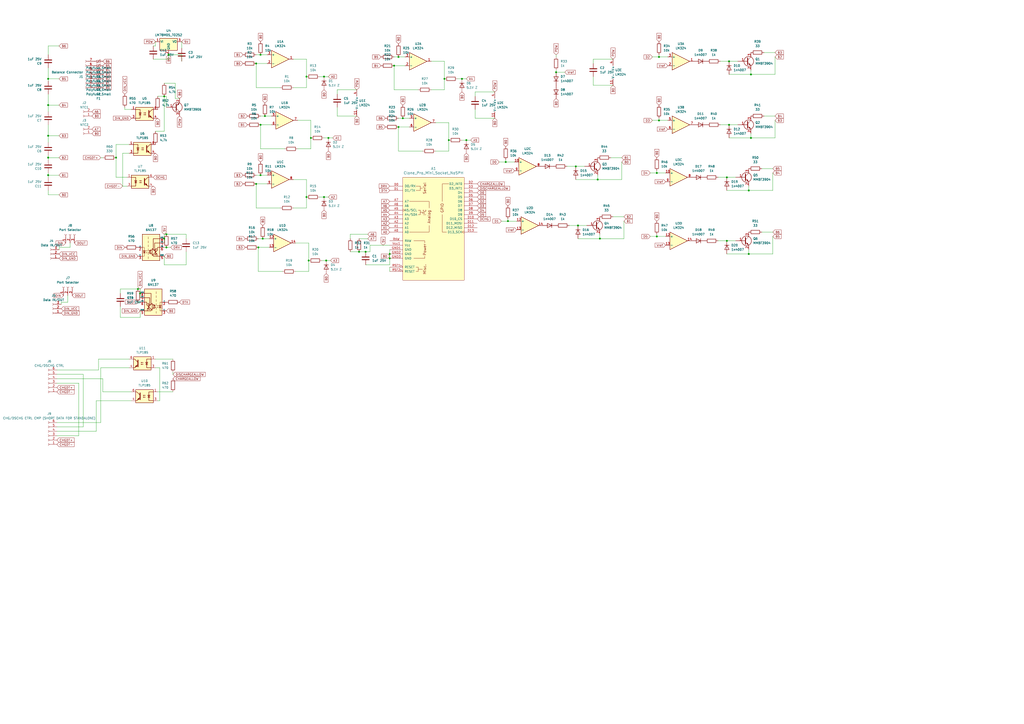
<source format=kicad_sch>
(kicad_sch (version 20230121) (generator eeschema)
  (paper "A2")
  (junction (at 27.94 78.74))
  (junction (at 257.81 45.72))
  (junction (at 95.25 138.43))
  (junction (at 179.07 151.13))
  (junction (at 382.27 69.85))
  (junction (at 151.13 101.6))
  (junction (at 422.91 72.39))
  (junction (at 152.4 138.43))
  (junction (at 421.64 139.7))
  (junction (at 226.06 147.32))
  (junction (at 148.59 106.68))
  (junction (at 435.61 80.01))
  (junction (at 231.14 33.02))
  (junction (at 190.5 80.01))
  (junction (at 153.67 67.31))
  (junction (at 96.52 143.51))
  (junction (at 96.52 135.89))
  (junction (at 27.94 91.44))
  (junction (at 148.59 36.83))
  (junction (at 95.25 55.88))
  (junction (at 267.97 45.72))
  (junction (at 212.09 146.05))
  (junction (at 189.23 151.13))
  (junction (at 335.28 130.81))
  (junction (at 27.94 60.96))
  (junction (at 434.34 147.32))
  (junction (at 228.6 38.1))
  (junction (at 208.28 146.05))
  (junction (at 187.96 114.3))
  (junction (at 347.98 138.43))
  (junction (at 381 100.33))
  (junction (at 80.01 167.64))
  (junction (at 149.86 143.51))
  (junction (at 382.27 33.02))
  (junction (at 334.01 96.52))
  (junction (at 27.94 45.72))
  (junction (at 422.91 35.56))
  (junction (at 421.64 102.87))
  (junction (at 260.35 81.28))
  (junction (at 97.79 31.75))
  (junction (at 177.8 114.3))
  (junction (at 27.94 101.6))
  (junction (at 151.13 31.75))
  (junction (at 435.61 43.18))
  (junction (at 381 137.16))
  (junction (at 180.34 80.01))
  (junction (at 233.68 68.58))
  (junction (at 231.14 73.66))
  (junction (at 67.31 91.44))
  (junction (at 434.34 110.49))
  (junction (at 81.28 170.18))
  (junction (at 294.64 128.27))
  (junction (at 151.13 72.39))
  (junction (at 346.71 104.14))
  (junction (at 270.51 81.28))
  (junction (at 322.58 41.91))
  (junction (at 187.96 44.45))
  (junction (at 226.06 149.86))
  (junction (at 293.37 93.98))
  (junction (at 177.8 44.45))
  (wire (pts (xy 27.94 91.44) (xy 27.94 92.71)))
  (wire (pts (xy 91.44 227.33) (xy 100.33 227.33)))
  (wire (pts (xy 105.41 35.56) (xy 105.41 31.75)))
  (wire (pts (xy 381 100.33) (xy 381 99.06)))
  (wire (pts (xy 187.96 114.3) (xy 190.5 114.3)))
  (wire (pts (xy 27.94 78.74) (xy 34.29 78.74)))
  (wire (pts (xy 226.06 144.78) (xy 226.06 147.32)))
  (wire (pts (xy 381 137.16) (xy 381 135.89)))
  (wire (pts (xy 151.13 101.6) (xy 154.94 101.6)))
  (wire (pts (xy 69.85 167.64) (xy 80.01 167.64)))
  (wire (pts (xy 149.86 143.51) (xy 156.21 143.51)))
  (wire (pts (xy 179.07 157.48) (xy 179.07 151.13)))
  (wire (pts (xy 448.31 110.49) (xy 434.34 110.49)))
  (wire (pts (xy 48.26 247.65) (xy 48.26 217.17)))
  (wire (pts (xy 299.72 128.27) (xy 294.64 128.27)))
  (wire (pts (xy 163.83 157.48) (xy 149.86 157.48)))
  (wire (pts (xy 152.4 138.43) (xy 156.21 138.43)))
  (wire (pts (xy 39.37 171.45) (xy 39.37 175.26)))
  (wire (pts (xy 148.59 106.68) (xy 148.59 120.65)))
  (wire (pts (xy 81.28 184.15) (xy 81.28 180.34)))
  (wire (pts (xy 344.17 36.83) (xy 344.17 34.29)))
  (wire (pts (xy 100.33 208.28) (xy 90.17 208.28)))
  (wire (pts (xy 441.96 134.62) (xy 448.31 134.62)))
  (wire (pts (xy 360.68 93.98) (xy 360.68 104.14)))
  (wire (pts (xy 421.64 102.87) (xy 426.72 102.87)))
  (wire (pts (xy 27.94 72.39) (xy 27.94 78.74)))
  (wire (pts (xy 27.94 46.99) (xy 27.94 45.72)))
  (wire (pts (xy 148.59 101.6) (xy 151.13 101.6)))
  (wire (pts (xy 57.15 208.28) (xy 57.15 214.63)))
  (wire (pts (xy 148.59 36.83) (xy 148.59 50.8)))
  (wire (pts (xy 95.25 135.89) (xy 95.25 138.43)))
  (wire (pts (xy 177.8 120.65) (xy 177.8 114.3)))
  (wire (pts (xy 361.95 138.43) (xy 347.98 138.43)))
  (wire (pts (xy 228.6 38.1) (xy 234.95 38.1)))
  (wire (pts (xy 289.56 93.98) (xy 293.37 93.98)))
  (wire (pts (xy 148.59 36.83) (xy 154.94 36.83)))
  (wire (pts (xy 233.68 68.58) (xy 237.49 68.58)))
  (wire (pts (xy 69.85 167.64) (xy 69.85 170.18)))
  (wire (pts (xy 34.29 143.51) (xy 40.64 143.51)))
  (wire (pts (xy 231.14 68.58) (xy 233.68 68.58)))
  (wire (pts (xy 35.56 175.26) (xy 35.56 176.53)))
  (wire (pts (xy 322.58 31.75) (xy 322.58 33.02)))
  (wire (pts (xy 448.31 137.16) (xy 448.31 147.32)))
  (wire (pts (xy 387.35 33.02) (xy 382.27 33.02)))
  (wire (pts (xy 96.52 135.89) (xy 107.95 135.89)))
  (wire (pts (xy 293.37 93.98) (xy 293.37 92.71)))
  (wire (pts (xy 377.19 137.16) (xy 381 137.16)))
  (wire (pts (xy 335.28 138.43) (xy 347.98 138.43)))
  (wire (pts (xy 260.35 87.63) (xy 260.35 81.28)))
  (wire (pts (xy 96.52 135.89) (xy 95.25 135.89)))
  (wire (pts (xy 416.56 139.7) (xy 421.64 139.7)))
  (wire (pts (xy 449.58 33.02) (xy 449.58 43.18)))
  (wire (pts (xy 107.95 138.43) (xy 107.95 135.89)))
  (wire (pts (xy 165.1 86.36) (xy 151.13 86.36)))
  (wire (pts (xy 58.42 245.11) (xy 33.02 245.11)))
  (wire (pts (xy 58.42 213.36) (xy 74.93 213.36)))
  (wire (pts (xy 231.14 73.66) (xy 231.14 87.63)))
  (wire (pts (xy 334.01 104.14) (xy 346.71 104.14)))
  (wire (pts (xy 74.93 88.9) (xy 71.12 88.9)))
  (wire (pts (xy 71.12 88.9) (xy 71.12 107.95)))
  (wire (pts (xy 330.2 130.81) (xy 335.28 130.81)))
  (wire (pts (xy 195.58 67.31) (xy 207.01 67.31)))
  (wire (pts (xy 27.94 110.49) (xy 27.94 113.03)))
  (wire (pts (xy 34.29 143.51) (xy 34.29 144.78)))
  (wire (pts (xy 177.8 104.14) (xy 170.18 104.14)))
  (wire (pts (xy 105.41 24.13) (xy 105.41 27.94)))
  (wire (pts (xy 186.69 151.13) (xy 189.23 151.13)))
  (wire (pts (xy 422.91 35.56) (xy 427.99 35.56)))
  (wire (pts (xy 27.94 101.6) (xy 27.94 102.87)))
  (wire (pts (xy 226.06 154.94) (xy 226.06 157.48)))
  (wire (pts (xy 228.6 38.1) (xy 228.6 52.07)))
  (wire (pts (xy 107.95 146.05) (xy 107.95 153.67)))
  (wire (pts (xy 180.34 80.01) (xy 180.34 69.85)))
  (wire (pts (xy 101.6 48.26) (xy 101.6 57.15)))
  (wire (pts (xy 434.34 110.49) (xy 434.34 107.95)))
  (wire (pts (xy 33.02 214.63) (xy 57.15 214.63)))
  (wire (pts (xy 322.58 40.64) (xy 322.58 41.91)))
  (wire (pts (xy 294.64 128.27) (xy 294.64 127)))
  (wire (pts (xy 55.88 232.41) (xy 55.88 250.19)))
  (wire (pts (xy 212.09 153.67) (xy 226.06 153.67)))
  (wire (pts (xy 59.69 227.33) (xy 59.69 219.71)))
  (wire (pts (xy 153.67 67.31) (xy 157.48 67.31)))
  (wire (pts (xy 105.41 31.75) (xy 97.79 31.75)))
  (wire (pts (xy 27.94 101.6) (xy 34.29 101.6)))
  (wire (pts (xy 67.31 83.82) (xy 74.93 83.82)))
  (wire (pts (xy 81.28 167.64) (xy 81.28 170.18)))
  (wire (pts (xy 335.28 130.81) (xy 340.36 130.81)))
  (wire (pts (xy 355.6 125.73) (xy 361.95 125.73)))
  (wire (pts (xy 422.91 80.01) (xy 435.61 80.01)))
  (wire (pts (xy 73.66 102.87) (xy 67.31 102.87)))
  (wire (pts (xy 378.46 69.85) (xy 382.27 69.85)))
  (wire (pts (xy 170.18 50.8) (xy 177.8 50.8)))
  (wire (pts (xy 231.14 73.66) (xy 237.49 73.66)))
  (wire (pts (xy 148.59 106.68) (xy 154.94 106.68)))
  (wire (pts (xy 72.39 62.23) (xy 72.39 63.5)))
  (wire (pts (xy 344.17 49.53) (xy 355.6 49.53)))
  (wire (pts (xy 434.34 147.32) (xy 448.31 147.32)))
  (wire (pts (xy 203.2 146.05) (xy 208.28 146.05)))
  (wire (pts (xy 177.8 114.3) (xy 177.8 104.14)))
  (wire (pts (xy 377.19 100.33) (xy 381 100.33)))
  (wire (pts (xy 45.72 222.25) (xy 33.02 222.25)))
  (wire (pts (xy 33.02 219.71) (xy 59.69 219.71)))
  (wire (pts (xy 95.25 55.88) (xy 95.25 76.2)))
  (wire (pts (xy 354.33 91.44) (xy 360.68 91.44)))
  (wire (pts (xy 382.27 69.85) (xy 382.27 68.58)))
  (wire (pts (xy 67.31 91.44) (xy 67.31 83.82)))
  (wire (pts (xy 344.17 34.29) (xy 355.6 34.29)))
  (wire (pts (xy 177.8 44.45) (xy 177.8 50.8)))
  (wire (pts (xy 74.93 208.28) (xy 57.15 208.28)))
  (wire (pts (xy 33.02 247.65) (xy 48.26 247.65)))
  (wire (pts (xy 195.58 52.07) (xy 207.01 52.07)))
  (wire (pts (xy 27.94 91.44) (xy 34.29 91.44)))
  (wire (pts (xy 27.94 90.17) (xy 27.94 91.44)))
  (wire (pts (xy 260.35 81.28) (xy 260.35 71.12)))
  (wire (pts (xy 58.42 213.36) (xy 58.42 245.11)))
  (wire (pts (xy 421.64 147.32) (xy 434.34 147.32)))
  (wire (pts (xy 267.97 81.28) (xy 270.51 81.28)))
  (wire (pts (xy 27.94 60.96) (xy 34.29 60.96)))
  (wire (pts (xy 334.01 96.52) (xy 339.09 96.52)))
  (wire (pts (xy 195.58 62.23) (xy 195.58 67.31)))
  (wire (pts (xy 180.34 69.85) (xy 172.72 69.85)))
  (wire (pts (xy 417.83 35.56) (xy 422.91 35.56)))
  (wire (pts (xy 422.91 72.39) (xy 427.99 72.39)))
  (wire (pts (xy 449.58 80.01) (xy 435.61 80.01)))
  (wire (pts (xy 179.07 140.97) (xy 171.45 140.97)))
  (wire (pts (xy 95.25 48.26) (xy 101.6 48.26)))
  (wire (pts (xy 267.97 45.72) (xy 270.51 45.72)))
  (wire (pts (xy 187.96 44.45) (xy 190.5 44.45)))
  (wire (pts (xy 449.58 43.18) (xy 435.61 43.18)))
  (wire (pts (xy 386.08 137.16) (xy 381 137.16)))
  (wire (pts (xy 435.61 43.18) (xy 435.61 40.64)))
  (wire (pts (xy 69.85 184.15) (xy 81.28 184.15)))
  (wire (pts (xy 88.9 34.29) (xy 97.79 34.29)))
  (wire (pts (xy 434.34 147.32) (xy 434.34 144.78)))
  (wire (pts (xy 242.57 52.07) (xy 228.6 52.07)))
  (wire (pts (xy 33.02 252.73) (xy 45.72 252.73)))
  (wire (pts (xy 100.33 215.9) (xy 100.33 217.17)))
  (wire (pts (xy 195.58 54.61) (xy 195.58 52.07)))
  (wire (pts (xy 290.83 128.27) (xy 294.64 128.27)))
  (wire (pts (xy 45.72 252.73) (xy 45.72 222.25)))
  (wire (pts (xy 208.28 138.43) (xy 213.36 138.43)))
  (wire (pts (xy 177.8 34.29) (xy 170.18 34.29)))
  (wire (pts (xy 151.13 67.31) (xy 153.67 67.31)))
  (wire (pts (xy 35.56 175.26) (xy 39.37 175.26)))
  (wire (pts (xy 208.28 146.05) (xy 212.09 146.05)))
  (wire (pts (xy 151.13 72.39) (xy 151.13 86.36)))
  (wire (pts (xy 360.68 104.14) (xy 346.71 104.14)))
  (wire (pts (xy 275.59 55.88) (xy 275.59 53.34)))
  (wire (pts (xy 95.25 55.88) (xy 96.52 55.88)))
  (wire (pts (xy 214.63 142.24) (xy 226.06 142.24)))
  (wire (pts (xy 265.43 45.72) (xy 267.97 45.72)))
  (wire (pts (xy 187.96 80.01) (xy 190.5 80.01)))
  (wire (pts (xy 92.71 213.36) (xy 92.71 232.41)))
  (wire (pts (xy 95.25 138.43) (xy 95.25 140.97)))
  (wire (pts (xy 101.6 57.15) (xy 104.14 57.15)))
  (wire (pts (xy 417.83 72.39) (xy 422.91 72.39)))
  (wire (pts (xy 231.14 33.02) (xy 234.95 33.02)))
  (wire (pts (xy 71.12 107.95) (xy 73.66 107.95)))
  (wire (pts (xy 449.58 69.85) (xy 449.58 80.01)))
  (wire (pts (xy 27.94 45.72) (xy 34.29 45.72)))
  (wire (pts (xy 76.2 227.33) (xy 59.69 227.33)))
  (wire (pts (xy 170.18 120.65) (xy 177.8 120.65)))
  (wire (pts (xy 435.61 80.01) (xy 435.61 77.47)))
  (wire (pts (xy 107.95 153.67) (xy 95.25 153.67)))
  (wire (pts (xy 226.06 147.32) (xy 226.06 149.86)))
  (wire (pts (xy 48.26 217.17) (xy 33.02 217.17)))
  (wire (pts (xy 275.59 68.58) (xy 287.02 68.58)))
  (wire (pts (xy 257.81 45.72) (xy 257.81 52.07)))
  (wire (pts (xy 190.5 80.01) (xy 193.04 80.01)))
  (wire (pts (xy 69.85 177.8) (xy 69.85 184.15)))
  (wire (pts (xy 27.94 26.67) (xy 34.29 26.67)))
  (wire (pts (xy 81.28 170.18) (xy 81.28 172.72)))
  (wire (pts (xy 386.08 100.33) (xy 381 100.33)))
  (wire (pts (xy 416.56 102.87) (xy 421.64 102.87)))
  (wire (pts (xy 443.23 30.48) (xy 449.58 30.48)))
  (wire (pts (xy 422.91 43.18) (xy 435.61 43.18)))
  (wire (pts (xy 95.25 153.67) (xy 95.25 148.59)))
  (wire (pts (xy 149.86 143.51) (xy 149.86 157.48)))
  (wire (pts (xy 213.36 135.89) (xy 203.2 135.89)))
  (wire (pts (xy 91.44 55.88) (xy 95.25 55.88)))
  (wire (pts (xy 27.94 60.96) (xy 27.94 64.77)))
  (wire (pts (xy 27.94 54.61) (xy 27.94 60.96)))
  (wire (pts (xy 40.64 140.97) (xy 40.64 143.51)))
  (wire (pts (xy 250.19 52.07) (xy 257.81 52.07)))
  (wire (pts (xy 97.79 31.75) (xy 97.79 34.29)))
  (wire (pts (xy 95.25 143.51) (xy 96.52 143.51)))
  (wire (pts (xy 88.9 26.67) (xy 90.17 26.67)))
  (wire (pts (xy 212.09 146.05) (xy 214.63 146.05)))
  (wire (pts (xy 27.94 45.72) (xy 27.94 39.37)))
  (wire (pts (xy 58.42 91.44) (xy 59.69 91.44)))
  (wire (pts (xy 90.17 213.36) (xy 92.71 213.36)))
  (wire (pts (xy 189.23 151.13) (xy 191.77 151.13)))
  (wire (pts (xy 421.64 110.49) (xy 434.34 110.49)))
  (wire (pts (xy 245.11 87.63) (xy 231.14 87.63)))
  (wire (pts (xy 162.56 50.8) (xy 148.59 50.8)))
  (wire (pts (xy 90.17 76.2) (xy 95.25 76.2)))
  (wire (pts (xy 151.13 72.39) (xy 157.48 72.39)))
  (wire (pts (xy 270.51 81.28) (xy 273.05 81.28)))
  (wire (pts (xy 177.8 34.29) (xy 177.8 44.45)))
  (wire (pts (xy 81.28 175.26) (xy 80.01 175.26)))
  (wire (pts (xy 252.73 87.63) (xy 260.35 87.63)))
  (wire (pts (xy 328.93 96.52) (xy 334.01 96.52)))
  (wire (pts (xy 322.58 41.91) (xy 327.66 41.91)))
  (wire (pts (xy 214.63 146.05) (xy 214.63 142.24)))
  (wire (pts (xy 67.31 102.87) (xy 67.31 91.44)))
  (wire (pts (xy 151.13 31.75) (xy 154.94 31.75)))
  (wire (pts (xy 172.72 86.36) (xy 180.34 86.36)))
  (wire (pts (xy 226.06 153.67) (xy 226.06 149.86)))
  (wire (pts (xy 33.02 250.19) (xy 55.88 250.19)))
  (wire (pts (xy 27.94 78.74) (xy 27.94 82.55)))
  (wire (pts (xy 96.52 143.51) (xy 99.06 143.51)))
  (wire (pts (xy 443.23 67.31) (xy 449.58 67.31)))
  (wire (pts (xy 80.01 167.64) (xy 81.28 167.64)))
  (wire (pts (xy 441.96 97.79) (xy 448.31 97.79)))
  (wire (pts (xy 27.94 31.75) (xy 27.94 26.67)))
  (wire (pts (xy 421.64 139.7) (xy 426.72 139.7)))
  (wire (pts (xy 179.07 151.13) (xy 179.07 140.97)))
  (wire (pts (xy 275.59 53.34) (xy 287.02 53.34)))
  (wire (pts (xy 298.45 93.98) (xy 293.37 93.98)))
  (wire (pts (xy 76.2 232.41) (xy 55.88 232.41)))
  (wire (pts (xy 275.59 63.5) (xy 275.59 68.58)))
  (wire (pts (xy 361.95 128.27) (xy 361.95 138.43)))
  (wire (pts (xy 148.59 31.75) (xy 151.13 31.75)))
  (wire (pts (xy 257.81 35.56) (xy 250.19 35.56)))
  (wire (pts (xy 260.35 71.12) (xy 252.73 71.12)))
  (wire (pts (xy 171.45 157.48) (xy 179.07 157.48)))
  (wire (pts (xy 448.31 100.33) (xy 448.31 110.49)))
  (wire (pts (xy 346.71 104.14) (xy 346.71 101.6)))
  (wire (pts (xy 382.27 33.02) (xy 382.27 31.75)))
  (wire (pts (xy 257.81 35.56) (xy 257.81 45.72)))
  (wire (pts (xy 180.34 86.36) (xy 180.34 80.01)))
  (wire (pts (xy 149.86 138.43) (xy 152.4 138.43)))
  (wire (pts (xy 72.39 63.5) (xy 76.2 63.5)))
  (wire (pts (xy 203.2 135.89) (xy 203.2 138.43)))
  (wire (pts (xy 27.94 100.33) (xy 27.94 101.6)))
  (wire (pts (xy 92.71 232.41) (xy 91.44 232.41)))
  (wire (pts (xy 378.46 33.02) (xy 382.27 33.02)))
  (wire (pts (xy 344.17 44.45) (xy 344.17 49.53)))
  (wire (pts (xy 96.52 55.88) (xy 96.52 62.23)))
  (wire (pts (xy 97.79 30.48) (xy 97.79 31.75)))
  (wire (pts (xy 185.42 114.3) (xy 187.96 114.3)))
  (wire (pts (xy 387.35 69.85) (xy 382.27 69.85)))
  (wire (pts (xy 162.56 120.65) (xy 148.59 120.65)))
  (wire (pts (xy 90.17 26.67) (xy 90.17 24.13)))
  (wire (pts (xy 27.94 113.03) (xy 34.29 113.03)))
  (wire (pts (xy 228.6 33.02) (xy 231.14 33.02)))
  (wire (pts (xy 185.42 44.45) (xy 187.96 44.45)))
  (wire (pts (xy 347.98 138.43) (xy 347.98 135.89)))
  (global_label "B0" (shape input) (at 153.67 59.69 90) (property "Intersheetrefs" "${INTERSHEET_REFS}" (effects hide)))
  (global_label "B0" (shape input) (at 381 91.44 90) (property "Intersheetrefs" "${INTERSHEET_REFS}" (effects hide)))
  (global_label "B0" (shape input) (at 233.68 60.96 90) (property "Intersheetrefs" "${INTERSHEET_REFS}" (effects hide)))
  (global_label "D5" (shape input) (at 377.19 137.16 180) (property "Intersheetrefs" "${INTERSHEET_REFS}" (effects hide)))
  (global_label "B4" (shape input) (at 142.24 138.43 180) (property "Intersheetrefs" "${INTERSHEET_REFS}" (effects hide)))
  (global_label "DIN_VCC" (shape input) (at 35.56 179.07 0) (property "Intersheetrefs" "${INTERSHEET_REFS}" (effects hide)))
  (global_label "B0" (shape input) (at 91.44 68.58 270) (property "Intersheetrefs" "${INTERSHEET_REFS}" (effects hide)))
  (global_label "POW" (shape input) (at 355.6 34.29 90) (property "Intersheetrefs" "${INTERSHEET_REFS}" (effects hide)))
  (global_label "D3" (shape input) (at 276.86 119.38 0) (property "Intersheetrefs" "${INTERSHEET_REFS}" (effects hide)))
  (global_label "B6" (shape input) (at 59.69 35.56 0) (property "Intersheetrefs" "${INTERSHEET_REFS}" (effects hide)))
  (global_label "CHGDT+" (shape input) (at 33.02 255.27 0) (property "Intersheetrefs" "${INTERSHEET_REFS}" (effects hide)))
  (global_label "B1" (shape input) (at 140.97 31.75 180) (property "Intersheetrefs" "${INTERSHEET_REFS}" (effects hide)))
  (global_label "A7" (shape input) (at 226.06 116.84 180) (property "Intersheetrefs" "${INTERSHEET_REFS}" (effects hide)))
  (global_label "B2" (shape input) (at 143.51 67.31 180) (property "Intersheetrefs" "${INTERSHEET_REFS}" (effects hide)))
  (global_label "Vref" (shape input) (at 386.08 142.24 180) (property "Intersheetrefs" "${INTERSHEET_REFS}" (effects hide)))
  (global_label "DTX" (shape input) (at 104.14 175.26 0) (property "Intersheetrefs" "${INTERSHEET_REFS}" (effects hide)))
  (global_label "B0" (shape input) (at 294.64 119.38 90) (property "Intersheetrefs" "${INTERSHEET_REFS}" (effects hide)))
  (global_label "DRX" (shape input) (at 226.06 107.95 180) (property "Intersheetrefs" "${INTERSHEET_REFS}" (effects hide)))
  (global_label "POW" (shape input) (at 104.14 67.31 270) (property "Intersheetrefs" "${INTERSHEET_REFS}" (effects hide)))
  (global_label "POW" (shape input) (at 207.01 52.07 90) (property "Intersheetrefs" "${INTERSHEET_REFS}" (effects hide)))
  (global_label "B0" (shape input) (at 382.27 24.13 90) (property "Intersheetrefs" "${INTERSHEET_REFS}" (effects hide)))
  (global_label "DOUT" (shape input) (at 41.91 171.45 0) (property "Intersheetrefs" "${INTERSHEET_REFS}" (effects hide)))
  (global_label "B0" (shape input) (at 207.01 67.31 270) (property "Intersheetrefs" "${INTERSHEET_REFS}" (effects hide)))
  (global_label "D0" (shape input) (at 289.56 93.98 180) (property "Intersheetrefs" "${INTERSHEET_REFS}" (effects hide)))
  (global_label "B4" (shape input) (at 59.69 40.64 0) (property "Intersheetrefs" "${INTERSHEET_REFS}" (effects hide)))
  (global_label "B0" (shape input) (at 187.96 121.92 270) (property "Intersheetrefs" "${INTERSHEET_REFS}" (effects hide)))
  (global_label "B0" (shape input) (at 270.51 88.9 270) (property "Intersheetrefs" "${INTERSHEET_REFS}" (effects hide)))
  (global_label "B0" (shape input) (at 34.29 113.03 0) (property "Intersheetrefs" "${INTERSHEET_REFS}" (effects hide)))
  (global_label "B0" (shape input) (at 231.14 25.4 90) (property "Intersheetrefs" "${INTERSHEET_REFS}" (effects hide)))
  (global_label "B0" (shape input) (at 152.4 130.81 90) (property "Intersheetrefs" "${INTERSHEET_REFS}" (effects hide)))
  (global_label "A2" (shape input) (at 190.5 114.3 0) (property "Intersheetrefs" "${INTERSHEET_REFS}" (effects hide)))
  (global_label "B0" (shape input) (at 90.17 88.9 270) (property "Intersheetrefs" "${INTERSHEET_REFS}" (effects hide)))
  (global_label "CHGDT-" (shape input) (at 33.02 227.33 0) (property "Intersheetrefs" "${INTERSHEET_REFS}" (effects hide)))
  (global_label "B2" (shape input) (at 140.97 106.68 180) (property "Intersheetrefs" "${INTERSHEET_REFS}" (effects hide)))
  (global_label "DIN_VCC" (shape input) (at 34.29 147.32 0) (property "Intersheetrefs" "${INTERSHEET_REFS}" (effects hide)))
  (global_label "B1" (shape input) (at 360.68 91.44 0) (property "Intersheetrefs" "${INTERSHEET_REFS}" (effects hide)))
  (global_label "B1" (shape input) (at 34.29 101.6 0) (property "Intersheetrefs" "${INTERSHEET_REFS}" (effects hide)))
  (global_label "D1" (shape input) (at 276.86 114.3 0) (property "Intersheetrefs" "${INTERSHEET_REFS}" (effects hide)))
  (global_label "B0" (shape input) (at 267.97 53.34 270) (property "Intersheetrefs" "${INTERSHEET_REFS}" (effects hide)))
  (global_label "B3" (shape input) (at 449.58 69.85 0) (property "Intersheetrefs" "${INTERSHEET_REFS}" (effects hide)))
  (global_label "D3" (shape input) (at 378.46 69.85 180) (property "Intersheetrefs" "${INTERSHEET_REFS}" (effects hide)))
  (global_label "DIN_VCC" (shape input) (at 81.28 167.64 90) (property "Intersheetrefs" "${INTERSHEET_REFS}" (effects hide)))
  (global_label "DIN" (shape input) (at 72.39 143.51 180) (property "Intersheetrefs" "${INTERSHEET_REFS}" (effects hide)))
  (global_label "D4" (shape input) (at 377.19 100.33 180) (property "Intersheetrefs" "${INTERSHEET_REFS}" (effects hide)))
  (global_label "B0" (shape input) (at 287.02 68.58 270) (property "Intersheetrefs" "${INTERSHEET_REFS}" (effects hide)))
  (global_label "B5" (shape input) (at 223.52 73.66 180) (property "Intersheetrefs" "${INTERSHEET_REFS}" (effects hide)))
  (global_label "B0" (shape input) (at 382.27 60.96 90) (property "Intersheetrefs" "${INTERSHEET_REFS}" (effects hide)))
  (global_label "B5" (shape input) (at 220.98 33.02 180) (property "Intersheetrefs" "${INTERSHEET_REFS}" (effects hide)))
  (global_label "CHARGEALLOW" (shape input) (at 276.86 106.68 0) (property "Intersheetrefs" "${INTERSHEET_REFS}" (effects hide)))
  (global_label "CHGDT-" (shape input) (at 71.12 107.95 180) (property "Intersheetrefs" "${INTERSHEET_REFS}" (effects hide)))
  (global_label "B3" (shape input) (at 34.29 78.74 0) (property "Intersheetrefs" "${INTERSHEET_REFS}" (effects hide)))
  (global_label "CHGDT+" (shape input) (at 33.02 224.79 0) (property "Intersheetrefs" "${INTERSHEET_REFS}" (effects hide)))
  (global_label "B0" (shape input) (at 53.34 77.47 0) (property "Intersheetrefs" "${INTERSHEET_REFS}" (effects hide)))
  (global_label "B2" (shape input) (at 59.69 45.72 0) (property "Intersheetrefs" "${INTERSHEET_REFS}" (effects hide)))
  (global_label "B1" (shape input) (at 361.95 128.27 0) (property "Intersheetrefs" "${INTERSHEET_REFS}" (effects hide)))
  (global_label "Vref" (shape input) (at 299.72 133.35 180) (property "Intersheetrefs" "${INTERSHEET_REFS}" (effects hide)))
  (global_label "B6" (shape input) (at 223.52 68.58 180) (property "Intersheetrefs" "${INTERSHEET_REFS}" (effects hide)))
  (global_label "A2" (shape input) (at 226.06 129.54 180) (property "Intersheetrefs" "${INTERSHEET_REFS}" (effects hide)))
  (global_label "DIN" (shape input) (at 38.1 140.97 180) (property "Intersheetrefs" "${INTERSHEET_REFS}" (effects hide)))
  (global_label "B1" (shape input) (at 143.51 72.39 180) (property "Intersheetrefs" "${INTERSHEET_REFS}" (effects hide)))
  (global_label "B5" (shape input) (at 448.31 97.79 0) (property "Intersheetrefs" "${INTERSHEET_REFS}" (effects hide)))
  (global_label "DIN" (shape input) (at 36.83 171.45 180) (property "Intersheetrefs" "${INTERSHEET_REFS}" (effects hide)))
  (global_label "CHGDT-" (shape input) (at 33.02 257.81 0) (property "Intersheetrefs" "${INTERSHEET_REFS}" (effects hide)))
  (global_label "A6" (shape input) (at 53.34 64.77 0) (property "Intersheetrefs" "${INTERSHEET_REFS}" (effects hide)))
  (global_label "B0" (shape input) (at 96.52 180.34 0) (property "Intersheetrefs" "${INTERSHEET_REFS}" (effects hide)))
  (global_label "POW" (shape input) (at 322.58 31.75 90) (property "Intersheetrefs" "${INTERSHEET_REFS}" (effects hide)))
  (global_label "B0" (shape input) (at 97.79 31.75 270) (property "Intersheetrefs" "${INTERSHEET_REFS}" (effects hide)))
  (global_label "5V" (shape input) (at 222.25 142.24 90) (property "Intersheetrefs" "${INTERSHEET_REFS}" (effects hide)))
  (global_label "A4" (shape input) (at 270.51 45.72 0) (property "Intersheetrefs" "${INTERSHEET_REFS}" (effects hide)))
  (global_label "B0" (shape input) (at 226.06 148.59 180) (property "Intersheetrefs" "${INTERSHEET_REFS}" (effects hide)))
  (global_label "B0" (shape input) (at 355.6 49.53 270) (property "Intersheetrefs" "${INTERSHEET_REFS}" (effects hide)))
  (global_label "B0" (shape input) (at 190.5 87.63 270) (property "Intersheetrefs" "${INTERSHEET_REFS}" (effects hide)))
  (global_label "A6" (shape input) (at 213.36 135.89 0) (property "Intersheetrefs" "${INTERSHEET_REFS}" (effects hide)))
  (global_label "A3" (shape input) (at 226.06 127 180) (property "Intersheetrefs" "${INTERSHEET_REFS}" (effects hide)))
  (global_label "CHARGEALLOW" (shape input) (at 100.33 219.71 0) (property "Intersheetrefs" "${INTERSHEET_REFS}" (effects hide)))
  (global_label "A7" (shape input) (at 53.34 74.93 0) (property "Intersheetrefs" "${INTERSHEET_REFS}" (effects hide)))
  (global_label "B3" (shape input) (at 140.97 101.6 180) (property "Intersheetrefs" "${INTERSHEET_REFS}" (effects hide)))
  (global_label "B1" (shape input) (at 59.69 48.26 0) (property "Intersheetrefs" "${INTERSHEET_REFS}" (effects hide)))
  (global_label "A3" (shape input) (at 191.77 151.13 0) (property "Intersheetrefs" "${INTERSHEET_REFS}" (effects hide)))
  (global_label "B0" (shape input) (at 151.13 24.13 90) (property "Intersheetrefs" "${INTERSHEET_REFS}" (effects hide)))
  (global_label "A1" (shape input) (at 193.04 80.01 0) (property "Intersheetrefs" "${INTERSHEET_REFS}" (effects hide)))
  (global_label "A5" (shape input) (at 273.05 81.28 0) (property "Intersheetrefs" "${INTERSHEET_REFS}" (effects hide)))
  (global_label "Vref" (shape input) (at 327.66 41.91 0) (property "Intersheetrefs" "${INTERSHEET_REFS}" (effects hide)))
  (global_label "DIN_VCC" (shape input) (at 72.39 54.61 90) (property "Intersheetrefs" "${INTERSHEET_REFS}" (effects hide)))
  (global_label "B3" (shape input) (at 142.24 143.51 180) (property "Intersheetrefs" "${INTERSHEET_REFS}" (effects hide)))
  (global_label "B0" (shape input) (at 322.58 57.15 270) (property "Intersheetrefs" "${INTERSHEET_REFS}" (effects hide)))
  (global_label "B5" (shape input) (at 34.29 45.72 0) (property "Intersheetrefs" "${INTERSHEET_REFS}" (effects hide)))
  (global_label "B2" (shape input) (at 34.29 91.44 0) (property "Intersheetrefs" "${INTERSHEET_REFS}" (effects hide)))
  (global_label "DTX" (shape input) (at 226.06 110.49 180) (property "Intersheetrefs" "${INTERSHEET_REFS}" (effects hide)))
  (global_label "A6" (shape input) (at 226.06 119.38 180) (property "Intersheetrefs" "${INTERSHEET_REFS}" (effects hide)))
  (global_label "DIN_GND" (shape input) (at 76.2 68.58 180) (property "Intersheetrefs" "${INTERSHEET_REFS}" (effects hide)))
  (global_label "B0" (shape input) (at 151.13 93.98 90) (property "Intersheetrefs" "${INTERSHEET_REFS}" (effects hide)))
  (global_label "B0" (shape input) (at 189.23 158.75 270) (property "Intersheetrefs" "${INTERSHEET_REFS}" (effects hide)))
  (global_label "5V" (shape input) (at 105.41 24.13 0) (property "Intersheetrefs" "${INTERSHEET_REFS}" (effects hide)))
  (global_label "B0" (shape input) (at 293.37 85.09 90) (property "Intersheetrefs" "${INTERSHEET_REFS}" (effects hide)))
  (global_label "POW" (shape input) (at 287.02 53.34 90) (property "Intersheetrefs" "${INTERSHEET_REFS}" (effects hide)))
  (global_label "B0" (shape input) (at 88.9 107.95 270) (property "Intersheetrefs" "${INTERSHEET_REFS}" (effects hide)))
  (global_label "B2" (shape input) (at 449.58 33.02 0) (property "Intersheetrefs" "${INTERSHEET_REFS}" (effects hide)))
  (global_label "B5" (shape input) (at 59.69 38.1 0) (property "Intersheetrefs" "${INTERSHEET_REFS}" (effects hide)))
  (global_label "A4" (shape input) (at 226.06 124.46 180) (property "Intersheetrefs" "${INTERSHEET_REFS}" (effects hide)))
  (global_label "DIN_GND" (shape input) (at 34.29 149.86 0) (property "Intersheetrefs" "${INTERSHEET_REFS}" (effects hide)))
  (global_label "B3" (shape input) (at 449.58 30.48 0) (property "Intersheetrefs" "${INTERSHEET_REFS}" (effects hide)))
  (global_label "B0" (shape input) (at 53.34 67.31 0) (property "Intersheetrefs" "${INTERSHEET_REFS}" (effects hide)))
  (global_label "CHGDT+" (shape input) (at 58.42 91.44 180) (property "Intersheetrefs" "${INTERSHEET_REFS}" (effects hide)))
  (global_label "A5" (shape input) (at 226.06 121.92 180) (property "Intersheetrefs" "${INTERSHEET_REFS}" (effects hide)))
  (global_label "D2" (shape input) (at 276.86 116.84 0) (property "Intersheetrefs" "${INTERSHEET_REFS}" (effects hide)))
  (global_label "A1" (shape input) (at 226.06 132.08 180) (property "Intersheetrefs" "${INTERSHEET_REFS}" (effects hide)))
  (global_label "Vref" (shape input) (at 387.35 74.93 180) (property "Intersheetrefs" "${INTERSHEET_REFS}" (effects hide)))
  (global_label "B6" (shape input) (at 104.14 57.15 90) (property "Intersheetrefs" "${INTERSHEET_REFS}" (effects hide)))
  (global_label "B0" (shape input) (at 95.25 148.59 0) (property "Intersheetrefs" "${INTERSHEET_REFS}" (effects hide)))
  (global_label "POW" (shape input) (at 90.17 24.13 180) (property "Intersheetrefs" "${INTERSHEET_REFS}" (effects hide)))
  (global_label "DOUT" (shape input) (at 43.18 140.97 0) (property "Intersheetrefs" "${INTERSHEET_REFS}" (effects hide)))
  (global_label "Vref" (shape input) (at 386.08 105.41 180) (property "Intersheetrefs" "${INTERSHEET_REFS}" (effects hide)))
  (global_label "B4" (shape input) (at 449.58 67.31 0) (property "Intersheetrefs" "${INTERSHEET_REFS}" (effects hide)))
  (global_label "DCHG" (shape input) (at 88.9 102.87 0) (property "Intersheetrefs" "${INTERSHEET_REFS}" (effects hide)))
  (global_label "D4" (shape input) (at 276.86 121.92 0) (property "Intersheetrefs" "${INTERSHEET_REFS}" (effects hide)))
  (global_label "DISCHARGEALLOW" (shape input) (at 276.86 109.22 0) (property "Intersheetrefs" "${INTERSHEET_REFS}" (effects hide)))
  (global_label "B0" (shape input) (at 360.68 93.98 0) (property "Intersheetrefs" "${INTERSHEET_REFS}" (effects hide)))
  (global_label "B6" (shape input) (at 34.29 26.67 0) (property "Intersheetrefs" "${INTERSHEET_REFS}" (effects hide)))
  (global_label "A0" (shape input) (at 226.06 134.62 180) (property "Intersheetrefs" "${INTERSHEET_REFS}" (effects hide)))
  (global_label "B6" (shape input) (at 448.31 134.62 0) (property "Intersheetrefs" "${INTERSHEET_REFS}" (effects hide)))
  (global_label "DISCHARGEALLOW" (shape input) (at 100.33 217.17 0) (property "Intersheetrefs" "${INTERSHEET_REFS}" (effects hide)))
  (global_label "B4" (shape input) (at 448.31 100.33 0) (property "Intersheetrefs" "${INTERSHEET_REFS}" (effects hide)))
  (global_label "DRX" (shape input) (at 99.06 143.51 0) (property "Intersheetrefs" "${INTERSHEET_REFS}" (effects hide)))
  (global_label "B4" (shape input) (at 34.29 60.96 0) (property "Intersheetrefs" "${INTERSHEET_REFS}" (effects hide)))
  (global_label "A0" (shape input) (at 190.5 44.45 0) (property "Intersheetrefs" "${INTERSHEET_REFS}" (effects hide)))
  (global_label "D1" (shape input) (at 290.83 128.27 180) (property "Intersheetrefs" "${INTERSHEET_REFS}" (effects hide)))
  (global_label "B0" (shape input) (at 59.69 50.8 0) (property "Intersheetrefs" "${INTERSHEET_REFS}" (effects hide)))
  (global_label "DIN_GND" (shape input) (at 35.56 181.61 0) (property "Intersheetrefs" "${INTERSHEET_REFS}" (effects hide)))
  (global_label "B0" (shape input) (at 381 128.27 90) (property "Intersheetrefs" "${INTERSHEET_REFS}" (effects hide)))
  (global_label "D0" (shape input) (at 276.86 111.76 0) (property "Intersheetrefs" "${INTERSHEET_REFS}" (effects hide)))
  (global_label "B4" (shape input) (at 220.98 38.1 180) (property "Intersheetrefs" "${INTERSHEET_REFS}" (effects hide)))
  (global_label "DIN_GND" (shape input) (at 80.01 148.59 180) (property "Intersheetrefs" "${INTERSHEET_REFS}" (effects hide)))
  (global_label "B2" (shape input) (at 361.95 125.73 0) (property "Intersheetrefs" "${INTERSHEET_REFS}" (effects hide)))
  (global_label "DCHG" (shape input) (at 276.86 127 0) (property "Intersheetrefs" "${INTERSHEET_REFS}" (effects hide)))
  (global_label "D5" (shape input) (at 276.86 124.46 0) (property "Intersheetrefs" "${INTERSHEET_REFS}" (effects hide)))
  (global_label "5V" (shape input) (at 95.25 135.89 90) (property "Intersheetrefs" "${INTERSHEET_REFS}" (effects hide)))
  (global_label "B3" (shape input) (at 59.69 43.18 0) (property "Intersheetrefs" "${INTERSHEET_REFS}" (effects hide)))
  (global_label "B0" (shape input) (at 187.96 52.07 270) (property "Intersheetrefs" "${INTERSHEET_REFS}" (effects hide)))
  (global_label "DOUT" (shape input) (at 80.01 175.26 180) (property "Intersheetrefs" "${INTERSHEET_REFS}" (effects hide)))
  (global_label "A7" (shape input) (at 213.36 138.43 0) (property "Intersheetrefs" "${INTERSHEET_REFS}" (effects hide)))
  (global_label "Vref" (shape input) (at 298.45 99.06 180) (property "Intersheetrefs" "${INTERSHEET_REFS}" (effects hide)))
  (global_label "Vref" (shape input) (at 387.35 38.1 180) (property "Intersheetrefs" "${INTERSHEET_REFS}" (effects hide)))
  (global_label "DIN_GND" (shape input) (at 81.28 180.34 180) (property "Intersheetrefs" "${INTERSHEET_REFS}" (effects hide)))
  (global_label "B5" (shape input) (at 448.31 137.16 0) (property "Intersheetrefs" "${INTERSHEET_REFS}" (effects hide)))
  (global_label "B0" (shape input) (at 140.97 36.83 180) (property "Intersheetrefs" "${INTERSHEET_REFS}" (effects hide)))
  (global_label "D2" (shape input) (at 378.46 33.02 180) (property "Intersheetrefs" "${INTERSHEET_REFS}" (effects hide)))
  (symbol (lib_id "Device:R") (at 100.33 175.26 90) (mirror x) (unit 1)
    (property "Reference" "R58" (at 100.33 168.91 90))
    (property "Value" "470" (at 100.33 171.45 90))
    (property "Footprint" "Resistor_SMD:R_0805_2012Metric_Pad1.20x1.40mm_HandSolder" (effects hide))
  )
  (symbol (lib_id "Device:R") (at 146.05 143.51 90) (unit 1)
    (property "Reference" "R17" (at 146.05 137.16 90))
    (property "Value" "10k" (at 146.05 139.7 90))
    (property "Footprint" "Resistor_SMD:R_0805_2012Metric_Pad1.20x1.40mm_HandSolder" (effects hide))
  )
  (symbol (lib_id "Device:Polyfuse_Small") (at 57.15 50.8 270) (unit 1)
    (property "Reference" "F1" (at 57.15 57.15 90))
    (property "Value" "Polyfuse_Small" (at 57.15 54.61 90))
    (property "Footprint" "Resistor_SMD:R_1206_3216Metric_Pad1.30x1.75mm_HandSolder" (effects hide))
  )
  (symbol (lib_id "Device:R") (at 208.28 142.24 180) (unit 1)
    (property "Reference" "R31" (at 210.82 140.97 0) (effects (justify right)))
    (property "Value" "1k" (at 210.82 143.51 0) (effects (justify right)))
    (property "Footprint" "Resistor_SMD:R_0805_2012Metric_Pad1.20x1.40mm_HandSolder" (effects hide))
  )
  (symbol (lib_id "Device:Polyfuse_Small") (at 57.15 35.56 270) (unit 1)
    (property "Reference" "F7" (at 57.15 41.91 90))
    (property "Value" "Polyfuse_Small" (at 57.15 39.37 90))
    (property "Footprint" "Resistor_SMD:R_1206_3216Metric_Pad1.30x1.75mm_HandSolder" (effects hide))
  )
  (symbol (lib_id "Device:C") (at 107.95 142.24 0) (unit 1)
    (property "Reference" "C13" (at 111.76 140.97 0) (effects (justify left)))
    (property "Value" "1uF 25V" (at 111.76 143.51 0) (effects (justify left)))
    (property "Footprint" "Capacitor_SMD:C_1206_3216Metric_Pad1.33x1.80mm_HandSolder" (effects hide))
  )
  (symbol (lib_id "Connector:Conn_01x03_Socket") (at 30.48 179.07 180) (unit 1)
    (property "Reference" "J5" (at 31.115 171.45 0))
    (property "Value" "Data IN/OUT" (at 31.115 173.99 0))
    (property "Footprint" "Connector_JST:JST_XH_S3B-XH-A-1_1x03_P2.50mm_Horizontal" (effects hide))
  )
  (symbol (lib_id "Device:R") (at 248.92 87.63 90) (unit 1)
    (property "Reference" "R28" (at 248.92 81.28 90))
    (property "Value" "10k" (at 248.92 83.82 90))
    (property "Footprint" "Resistor_SMD:R_0805_2012Metric_Pad1.20x1.40mm_HandSolder" (effects hide))
  )
  (symbol (lib_id "Amplifier_Operational:LM324") (at 394.97 35.56 0) (unit 1)
    (property "Reference" "U3" (at 394.97 25.4 0))
    (property "Value" "LM324" (at 394.97 27.94 0))
    (property "Footprint" "Package_SO:SOIC-14_3.9x8.7mm_P1.27mm" (effects hide))
    (property "Datasheet" "http://www.ti.com/lit/ds/symlink/lm2902-n.pdf" (effects hide))
  )
  (symbol (lib_id "Device:R") (at 152.4 134.62 0) (unit 1)
    (property "Reference" "R18" (at 154.94 133.35 0) (effects (justify left)))
    (property "Value" "10k" (at 154.94 135.89 0) (effects (justify left)))
    (property "Footprint" "Resistor_SMD:R_0805_2012Metric_Pad1.20x1.40mm_HandSolder" (effects hide))
  )
  (symbol (lib_id "Device:R") (at 147.32 72.39 90) (unit 1)
    (property "Reference" "R6" (at 147.32 66.04 90))
    (property "Value" "10k" (at 147.32 68.58 90))
    (property "Footprint" "Resistor_SMD:R_0805_2012Metric_Pad1.20x1.40mm_HandSolder" (effects hide))
  )
  (symbol (lib_id "Device:D") (at 270.51 85.09 270) (unit 1)
    (property "Reference" "D5" (at 273.05 83.82 90) (effects (justify left)))
    (property "Value" "5.1V Z" (at 273.05 86.36 90) (effects (justify left)))
    (property "Footprint" "Diode_SMD:D_SMA" (effects hide))
    (property "Sim.Device" "D" (effects hide))
    (property "Sim.Pins" "1=K 2=A" (effects hide))
  )
  (symbol (lib_id "Transistor_BJT:MMBT3904") (at 433.07 72.39 0) (unit 1)
    (property "Reference" "Q2" (at 438.15 71.12 0) (effects (justify left)))
    (property "Value" "MMBT3904" (at 438.15 73.66 0) (effects (justify left)))
    (property "Footprint" "Package_TO_SOT_SMD:SOT-23" (effects hide))
    (property "Datasheet" "https://www.onsemi.com/pdf/datasheet/pzt3904-d.pdf" (effects hide))
  )
  (symbol (lib_id "Amplifier_Operational:LM324") (at 245.11 71.12 0) (unit 2)
    (property "Reference" "U2" (at 245.11 60.96 0))
    (property "Value" "LM324" (at 245.11 63.5 0))
    (property "Footprint" "Package_SO:SOIC-14_3.9x8.7mm_P1.27mm" (effects hide))
    (property "Datasheet" "http://www.ti.com/lit/ds/symlink/lm2902-n.pdf" (effects hide))
  )
  (symbol (lib_id "Device:C") (at 27.94 35.56 180) (unit 1)
    (property "Reference" "C9" (at 24.13 36.83 0) (effects (justify left)))
    (property "Value" "1uF 25V" (at 24.13 34.29 0) (effects (justify left)))
    (property "Footprint" "Capacitor_SMD:C_1206_3216Metric_Pad1.33x1.80mm_HandSolder" (effects hide))
  )
  (symbol (lib_id "Connector:Conn_01x03_Socket") (at 29.21 147.32 180) (unit 1)
    (property "Reference" "J4" (at 29.845 139.7 0))
    (property "Value" "Data IN/OUT" (at 29.845 142.24 0))
    (property "Footprint" "Connector_JST:JST_XH_S3B-XH-A-1_1x03_P2.50mm_Horizontal" (effects hide))
  )
  (symbol (lib_id "Connector:Conn_01x07_Socket") (at 49.53 43.18 180) (unit 1)
    (property "Reference" "J1" (at 48.26 44.45 0) (effects (justify left)))
    (property "Value" "Balance Connector" (at 48.26 41.91 0) (effects (justify left)))
    (property "Footprint" "Connector_JST:JST_XH_S7B-XH-A_1x07_P2.50mm_Horizontal" (effects hide))
  )
  (symbol (lib_id "Device:D") (at 406.4 35.56 180) (unit 1)
    (property "Reference" "D9" (at 406.4 29.21 0))
    (property "Value" "1n4007" (at 406.4 31.75 0))
    (property "Footprint" "Diode_SMD:D_SMA" (effects hide))
    (property "Sim.Device" "D" (effects hide))
    (property "Sim.Pins" "1=K 2=A" (effects hide))
  )
  (symbol (lib_id "Device:R") (at 168.91 86.36 90) (unit 1)
    (property "Reference" "R8" (at 168.91 80.01 90))
    (property "Value" "10k" (at 168.91 82.55 90))
    (property "Footprint" "Resistor_SMD:R_0805_2012Metric_Pad1.20x1.40mm_HandSolder" (effects hide))
  )
  (symbol (lib_id "Device:R") (at 166.37 50.8 90) (unit 1)
    (property "Reference" "R1" (at 166.37 44.45 90))
    (property "Value" "10k" (at 166.37 46.99 90))
    (property "Footprint" "Resistor_SMD:R_0805_2012Metric_Pad1.20x1.40mm_HandSolder" (effects hide))
  )
  (symbol (lib_id "Device:R") (at 412.75 139.7 90) (unit 1)
    (property "Reference" "R49" (at 412.75 133.35 90))
    (property "Value" "1k" (at 412.75 135.89 90))
    (property "Footprint" "Resistor_SMD:R_0805_2012Metric_Pad1.20x1.40mm_HandSolder" (effects hide))
  )
  (symbol (lib_id "Device:Polyfuse_Small") (at 57.15 40.64 270) (unit 1)
    (property "Reference" "F5" (at 57.15 46.99 90))
    (property "Value" "Polyfuse_Small" (at 57.15 44.45 90))
    (property "Footprint" "Resistor_SMD:R_1206_3216Metric_Pad1.30x1.75mm_HandSolder" (effects hide))
  )
  (symbol (lib_id "Transistor_BJT:MMBT3904") (at 431.8 102.87 0) (unit 1)
    (property "Reference" "Q5" (at 436.88 101.6 0) (effects (justify left)))
    (property "Value" "MMBT3904" (at 436.88 104.14 0) (effects (justify left)))
    (property "Footprint" "Package_TO_SOT_SMD:SOT-23" (effects hide))
    (property "Datasheet" "https://www.onsemi.com/pdf/datasheet/pzt3904-d.pdf" (effects hide))
  )
  (symbol (lib_id "Transistor_BJT:MMBT3904") (at 433.07 35.56 0) (unit 1)
    (property "Reference" "Q1" (at 438.15 34.29 0) (effects (justify left)))
    (property "Value" "MMBT3904" (at 438.15 36.83 0) (effects (justify left)))
    (property "Footprint" "Package_TO_SOT_SMD:SOT-23" (effects hide))
    (property "Datasheet" "https://www.onsemi.com/pdf/datasheet/pzt3904-d.pdf" (effects hide))
  )
  (symbol (lib_id "Device:R") (at 264.16 81.28 90) (unit 1)
    (property "Reference" "R30" (at 264.16 74.93 90))
    (property "Value" "10k" (at 264.16 77.47 90))
    (property "Footprint" "Resistor_SMD:R_0805_2012Metric_Pad1.20x1.40mm_HandSolder" (effects hide))
  )
  (symbol (lib_id "Device:R") (at 350.52 91.44 270) (unit 1)
    (property "Reference" "R44" (at 350.52 85.09 90))
    (property "Value" "33" (at 350.52 87.63 90))
    (property "Footprint" "Resistor_SMD:R_1206_3216Metric_Pad1.30x1.75mm_HandSolder" (effects hide))
  )
  (symbol (lib_id "Device:R") (at 231.14 29.21 0) (unit 1)
    (property "Reference" "R25" (at 233.68 27.94 0) (effects (justify left)))
    (property "Value" "10k" (at 233.68 30.48 0) (effects (justify left)))
    (property "Footprint" "Resistor_SMD:R_0805_2012Metric_Pad1.20x1.40mm_HandSolder" (effects hide))
  )
  (symbol (lib_id "Amplifier_Operational:LM324") (at 394.97 72.39 0) (unit 2)
    (property "Reference" "U3" (at 394.97 62.23 0))
    (property "Value" "LM324" (at 394.97 64.77 0))
    (property "Footprint" "Package_SO:SOIC-14_3.9x8.7mm_P1.27mm" (effects hide))
    (property "Datasheet" "http://www.ti.com/lit/ds/symlink/lm2902-n.pdf" (effects hide))
  )
  (symbol (lib_id "Device:R") (at 144.78 106.68 90) (unit 1)
    (property "Reference" "R10" (at 144.78 100.33 90))
    (property "Value" "10k" (at 144.78 102.87 90))
    (property "Footprint" "Resistor_SMD:R_0805_2012Metric_Pad1.20x1.40mm_HandSolder" (effects hide))
  )
  (symbol (lib_id "Device:R") (at 382.27 64.77 180) (unit 1)
    (property "Reference" "R35" (at 384.81 63.5 0) (effects (justify right)))
    (property "Value" "10k" (at 384.81 66.04 0) (effects (justify right)))
    (property "Footprint" "Resistor_SMD:R_0805_2012Metric_Pad1.20x1.40mm_HandSolder" (effects hide))
  )
  (symbol (lib_id "Device:D") (at 406.4 72.39 180) (unit 1)
    (property "Reference" "D11" (at 406.4 66.04 0))
    (property "Value" "1n4007" (at 406.4 68.58 0))
    (property "Footprint" "Diode_SMD:D_SMA" (effects hide))
    (property "Sim.Device" "D" (effects hide))
    (property "Sim.Pins" "1=K 2=A" (effects hide))
  )
  (symbol (lib_id "Device:R") (at 227.33 73.66 90) (unit 1)
    (property "Reference" "R24" (at 227.33 67.31 90))
    (property "Value" "10k" (at 227.33 69.85 90))
    (property "Footprint" "Resistor_SMD:R_0805_2012Metric_Pad1.20x1.40mm_HandSolder" (effects hide))
  )
  (symbol (lib_id "Device:R") (at 381 132.08 180) (unit 1)
    (property "Reference" "R47" (at 383.54 130.81 0) (effects (justify right)))
    (property "Value" "10k" (at 383.54 133.35 0) (effects (justify right)))
    (property "Footprint" "Resistor_SMD:R_0805_2012Metric_Pad1.20x1.40mm_HandSolder" (effects hide))
  )
  (symbol (lib_id "Device:R") (at 293.37 88.9 180) (unit 1)
    (property "Reference" "R36" (at 295.91 87.63 0) (effects (justify right)))
    (property "Value" "10k" (at 295.91 90.17 0) (effects (justify right)))
    (property "Footprint" "Resistor_SMD:R_0805_2012Metric_Pad1.20x1.40mm_HandSolder" (effects hide))
  )
  (symbol (lib_id "Device:C") (at 195.58 58.42 0) (unit 1)
    (property "Reference" "C5" (at 199.39 57.15 0) (effects (justify left)))
    (property "Value" "1uF 25V" (at 199.39 59.69 0) (effects (justify left)))
    (property "Footprint" "Capacitor_SMD:C_1206_3216Metric_Pad1.33x1.80mm_HandSolder" (effects hide))
  )
  (symbol (lib_id "Device:R") (at 96.52 139.7 0) (unit 1)
    (property "Reference" "R57" (at 99.06 138.43 0) (effects (justify left)))
    (property "Value" "470" (at 99.06 140.97 0) (effects (justify left)))
    (property "Footprint" "Resistor_SMD:R_0805_2012Metric_Pad1.20x1.40mm_HandSolder" (effects hide))
  )
  (symbol (lib_id "Device:C") (at 88.9 30.48 0) (unit 1)
    (property "Reference" "C12" (at 92.71 29.21 0) (effects (justify left)))
    (property "Value" "1uF 25V" (at 92.71 31.75 0) (effects (justify left)))
    (property "Footprint" "Capacitor_SMD:C_1206_3216Metric_Pad1.33x1.80mm_HandSolder" (effects hide))
  )
  (symbol (lib_id "Device:R") (at 412.75 102.87 90) (unit 1)
    (property "Reference" "R48" (at 412.75 96.52 90))
    (property "Value" "1k" (at 412.75 99.06 90))
    (property "Footprint" "Resistor_SMD:R_0805_2012Metric_Pad1.20x1.40mm_HandSolder" (effects hide))
  )
  (symbol (lib_id "Device:C") (at 344.17 40.64 0) (unit 1)
    (property "Reference" "C2" (at 347.98 39.37 0) (effects (justify left)))
    (property "Value" "1uF 25V" (at 347.98 41.91 0) (effects (justify left)))
    (property "Footprint" "Capacitor_SMD:C_1206_3216Metric_Pad1.33x1.80mm_HandSolder" (effects hide))
  )
  (symbol (lib_id "Amplifier_Operational:LM324") (at 358.14 41.91 0) (unit 5)
    (property "Reference" "U3" (at 356.87 40.64 0) (effects (justify left)))
    (property "Value" "LM324" (at 356.87 43.18 0) (effects (justify left)))
    (property "Footprint" "Package_SO:SOIC-14_3.9x8.7mm_P1.27mm" (effects hide))
    (property "Datasheet" "http://www.ti.com/lit/ds/symlink/lm2902-n.pdf" (effects hide))
  )
  (symbol (lib_id "Device:R") (at 326.39 130.81 90) (unit 1)
    (property "Reference" "R43" (at 326.39 124.46 90))
    (property "Value" "1k" (at 326.39 127 90))
    (property "Footprint" "Resistor_SMD:R_0805_2012Metric_Pad1.20x1.40mm_HandSolder" (effects hide))
  )
  (symbol (lib_id "Device:R") (at 80.01 171.45 0) (mirror y) (unit 1)
    (property "Reference" "R59" (at 77.47 170.18 0) (effects (justify left)))
    (property "Value" "470" (at 77.47 172.72 0) (effects (justify left)))
    (property "Footprint" "Resistor_SMD:R_0805_2012Metric_Pad1.20x1.40mm_HandSolder" (effects hide))
  )
  (symbol (lib_id "Connector:Conn_01x06_Socket") (at 27.94 252.73 180) (unit 1)
    (property "Reference" "J9" (at 28.575 240.03 0))
    (property "Value" "CHG/DSCHG CTRL CMP (SHORT DATA FOR STANDALONE)" (at 28.575 242.57 0))
    (property "Footprint" "Connector_JST:JST_XH_B6B-XH-AM_1x06_P2.50mm_Vertical" (effects hide))
  )
  (symbol (lib_id "Device:R") (at 100.33 212.09 0) (mirror y) (unit 1)
    (property "Reference" "R61" (at 97.79 210.82 0) (effects (justify left)))
    (property "Value" "470" (at 97.79 213.36 0) (effects (justify left)))
    (property "Footprint" "Resistor_SMD:R_0805_2012Metric_Pad1.20x1.40mm_HandSolder" (effects hide))
  )
  (symbol (lib_id "Device:R") (at 261.62 45.72 90) (unit 1)
    (property "Reference" "R29" (at 261.62 39.37 90))
    (property "Value" "10k" (at 261.62 41.91 90))
    (property "Footprint" "Resistor_SMD:R_0805_2012Metric_Pad1.20x1.40mm_HandSolder" (effects hide))
  )
  (symbol (lib_id "Device:C") (at 69.85 173.99 0) (unit 1)
    (property "Reference" "C14" (at 73.66 172.72 0) (effects (justify left)))
    (property "Value" "1uF 25V" (at 73.66 175.26 0) (effects (justify left)))
    (property "Footprint" "Capacitor_SMD:C_1206_3216Metric_Pad1.33x1.80mm_HandSolder" (effects hide))
  )
  (symbol (lib_id "Device:R") (at 144.78 101.6 90) (unit 1)
    (property "Reference" "R9" (at 144.78 95.25 90))
    (property "Value" "10k" (at 144.78 97.79 90))
    (property "Footprint" "Resistor_SMD:R_0805_2012Metric_Pad1.20x1.40mm_HandSolder" (effects hide))
  )
  (symbol (lib_id "Device:R") (at 166.37 120.65 90) (unit 1)
    (property "Reference" "R12" (at 166.37 114.3 90))
    (property "Value" "10k" (at 166.37 116.84 90))
    (property "Footprint" "Resistor_SMD:R_0805_2012Metric_Pad1.20x1.40mm_HandSolder" (effects hide))
  )
  (symbol (lib_id "Device:R") (at 91.44 59.69 180) (unit 1)
    (property "Reference" "R52" (at 93.98 58.42 0) (effects (justify right)))
    (property "Value" "4.7k" (at 93.98 60.96 0) (effects (justify right)))
    (property "Footprint" "Resistor_SMD:R_0805_2012Metric_Pad1.20x1.40mm_HandSolder" (effects hide))
  )
  (symbol (lib_id "Device:D") (at 405.13 102.87 180) (unit 1)
    (property "Reference" "D17" (at 405.13 96.52 0))
    (property "Value" "1n4007" (at 405.13 99.06 0))
    (property "Footprint" "Diode_SMD:D_SMA" (effects hide))
    (property "Sim.Device" "D" (effects hide))
    (property "Sim.Pins" "1=K 2=A" (effects hide))
  )
  (symbol (lib_id "Device:D") (at 405.13 139.7 180) (unit 1)
    (property "Reference" "D18" (at 405.13 133.35 0))
    (property "Value" "1n4007" (at 405.13 135.89 0))
    (property "Footprint" "Diode_SMD:D_SMA" (effects hide))
    (property "Sim.Device" "D" (effects hide))
    (property "Sim.Pins" "1=K 2=A" (effects hide))
  )
  (symbol (lib_id "Connector:Conn_01x02_Socket") (at 48.26 77.47 180) (unit 1)
    (property "Reference" "J3" (at 48.895 69.85 0))
    (property "Value" "NTC2" (at 48.895 72.39 0))
    (property "Footprint" "Connector_JST:JST_XH_S2B-XH-A_1x02_P2.50mm_Horizontal" (effects hide))
  )
  (symbol (lib_id "Amplifier_Operational:LM324") (at 209.55 59.69 0) (unit 5)
    (property "Reference" "U1" (at 208.28 58.42 0) (effects (justify left)))
    (property "Value" "LM324" (at 208.28 60.96 0) (effects (justify left)))
    (property "Footprint" "Package_SO:SOIC-14_3.9x8.7mm_P1.27mm" (effects hide))
    (property "Datasheet" "http://www.ti.com/lit/ds/symlink/lm2902-n.pdf" (effects hide))
  )
  (symbol (lib_id "Device:R") (at 144.78 31.75 90) (unit 1)
    (property "Reference" "R3" (at 144.78 25.4 90))
    (property "Value" "10k" (at 144.78 27.94 90))
    (property "Footprint" "Resistor_SMD:R_0805_2012Metric_Pad1.20x1.40mm_HandSolder" (effects hide))
  )
  (symbol (lib_id "Amplifier_Operational:LM324") (at 162.56 104.14 0) (unit 3)
    (property "Reference" "U1" (at 162.56 93.98 0))
    (property "Value" "LM324" (at 162.56 96.52 0))
    (property "Footprint" "Package_SO:SOIC-14_3.9x8.7mm_P1.27mm" (effects hide))
    (property "Datasheet" "http://www.ti.com/lit/ds/symlink/lm2902-n.pdf" (effects hide))
  )
  (symbol (lib_id "Device:R") (at 294.64 123.19 180) (unit 1)
    (property "Reference" "R37" (at 297.18 121.92 0) (effects (justify right)))
    (property "Value" "10k" (at 297.18 124.46 0) (effects (justify right)))
    (property "Footprint" "Resistor_SMD:R_0805_2012Metric_Pad1.20x1.40mm_HandSolder" (effects hide))
  )
  (symbol (lib_id "Device:C") (at 27.94 50.8 180) (unit 1)
    (property "Reference" "C8" (at 24.13 52.07 0) (effects (justify left)))
    (property "Value" "1uF 25V" (at 24.13 49.53 0) (effects (justify left)))
    (property "Footprint" "Capacitor_SMD:C_1206_3216Metric_Pad1.33x1.80mm_HandSolder" (effects hide))
  )
  (symbol (lib_id "Device:R") (at 322.58 36.83 180) (unit 1)
    (property "Reference" "R33" (at 325.12 35.56 0) (effects (justify right)))
    (property "Value" "1k" (at 325.12 38.1 0) (effects (justify right)))
    (property "Footprint" "Resistor_SMD:R_0805_2012Metric_Pad1.20x1.40mm_HandSolder" (effects hide))
  )
  (symbol (lib_id "Device:D") (at 422.91 76.2 270) (unit 1)
    (property "Reference" "D12" (at 425.45 74.93 90) (effects (justify left)))
    (property "Value" "1n4007" (at 425.45 77.47 90) (effects (justify left)))
    (property "Footprint" "Diode_SMD:D_SMA" (effects hide))
    (property "Sim.Device" "D" (effects hide))
    (property "Sim.Pins" "1=K 2=A" (effects hide))
  )
  (symbol (lib_id "Device:D") (at 322.58 45.72 90) (unit 1)
    (property "Reference" "D7" (at 325.12 44.45 90) (effects (justify right)))
    (property "Value" "1n4007" (at 325.12 46.99 90) (effects (justify right)))
    (property "Footprint" "Diode_SMD:D_SMA" (effects hide))
    (property "Sim.Device" "D" (effects hide))
    (property "Sim.Pins" "1=K 2=A" (effects hide))
  )
  (symbol (lib_id "Device:R") (at 439.42 30.48 270) (unit 1)
    (property "Reference" "R39" (at 439.42 24.13 90))
    (property "Value" "33" (at 439.42 26.67 90))
    (property "Footprint" "Resistor_SMD:R_1206_3216Metric_Pad1.30x1.75mm_HandSolder" (effects hide))
  )
  (symbol (lib_id "Device:C") (at 275.59 59.69 0) (unit 1)
    (property "Reference" "C4" (at 279.4 58.42 0) (effects (justify left)))
    (property "Value" "1uF 25V" (at 279.4 60.96 0) (effects (justify left)))
    (property "Footprint" "Capacitor_SMD:C_1206_3216Metric_Pad1.33x1.80mm_HandSolder" (effects hide))
  )
  (symbol (lib_id "Device:Polyfuse_Small") (at 57.15 38.1 270) (unit 1)
    (property "Reference" "F6" (at 57.15 44.45 90))
    (property "Value" "Polyfuse_Small" (at 57.15 41.91 90))
    (property "Footprint" "Resistor_SMD:R_1206_3216Metric_Pad1.30x1.75mm_HandSolder" (effects hide))
  )
  (symbol (lib_id "Device:R") (at 224.79 38.1 90) (unit 1)
    (property "Reference" "R22" (at 224.79 31.75 90))
    (property "Value" "10k" (at 224.79 34.29 90))
    (property "Footprint" "Resistor_SMD:R_0805_2012Metric_Pad1.20x1.40mm_HandSolder" (effects hide))
  )
  (symbol (lib_id "Amplifier_Operational:LM324") (at 163.83 140.97 0) (unit 4)
    (property "Reference" "U1" (at 163.83 130.81 0))
    (property "Value" "LM324" (at 163.83 133.35 0))
    (property "Footprint" "Package_SO:SOIC-14_3.9x8.7mm_P1.27mm" (effects hide))
    (property "Datasheet" "http://www.ti.com/lit/ds/symlink/lm2902-n.pdf" (effects hide))
  )
  (symbol (lib_id "Device:C") (at 27.94 106.68 180) (unit 1)
    (property "Reference" "C11" (at 24.13 107.95 0) (effects (justify left)))
    (property "Value" "1uF 25V" (at 24.13 105.41 0) (effects (justify left)))
    (property "Footprint" "Capacitor_SMD:C_1206_3216Metric_Pad1.33x1.80mm_HandSolder" (effects hide))
  )
  (symbol (lib_id "Device:Polyfuse_Small") (at 57.15 48.26 270) (unit 1)
    (property "Reference" "F2" (at 57.15 54.61 90))
    (property "Value" "Polyfuse_Small" (at 57.15 52.07 90))
    (property "Footprint" "Resistor_SMD:R_1206_3216Metric_Pad1.30x1.75mm_HandSolder" (effects hide))
  )
  (symbol (lib_id "Transistor_BJT:MMBT3904") (at 431.8 139.7 0) (unit 1)
    (property "Reference" "Q6" (at 436.88 138.43 0) (effects (justify left)))
    (property "Value" "MMBT3904" (at 436.88 140.97 0) (effects (justify left)))
    (property "Footprint" "Package_TO_SOT_SMD:SOT-23" (effects hide))
    (property "Datasheet" "https://www.onsemi.com/pdf/datasheet/pzt3904-d.pdf" (effects hide))
  )
  (symbol (lib_id "Device:D") (at 267.97 49.53 270) (unit 1)
    (property "Reference" "D6" (at 270.51 48.26 90) (effects (justify left)))
    (property "Value" "5.1V Z" (at 270.51 50.8 90) (effects (justify left)))
    (property "Footprint" "Diode_SMD:D_SMA" (effects hide))
    (property "Sim.Device" "D" (effects hide))
    (property "Sim.Pins" "1=K 2=A" (effects hide))
  )
  (symbol (lib_id "Device:R") (at 146.05 138.43 90) (unit 1)
    (property "Reference" "R16" (at 146.05 132.08 90))
    (property "Value" "10k" (at 146.05 134.62 90))
    (property "Footprint" "Resistor_SMD:R_0805_2012Metric_Pad1.20x1.40mm_HandSolder" (effects hide))
  )
  (symbol (lib_id "Amplifier_Operational:LM324") (at 289.56 60.96 0) (unit 5)
    (property "Reference" "U2" (at 288.29 59.69 0) (effects (justify left)))
    (property "Value" "LM324" (at 288.29 62.23 0) (effects (justify left)))
    (property "Footprint" "Package_SO:SOIC-14_3.9x8.7mm_P1.27mm" (effects hide))
    (property "Datasheet" "http://www.ti.com/lit/ds/symlink/lm2902-n.pdf" (effects hide))
  )
  (symbol (lib_id "Device:D") (at 317.5 96.52 180) (unit 1)
    (property "Reference" "D13" (at 317.5 90.17 0))
    (property "Value" "1n4007" (at 317.5 92.71 0))
    (property "Footprint" "Diode_SMD:D_SMA" (effects hide))
    (property "Sim.Device" "D" (effects hide))
    (property "Sim.Pins" "1=K 2=A" (effects hide))
  )
  (symbol (lib_id "Device:R") (at 382.27 27.94 180) (unit 1)
    (property "Reference" "R34" (at 384.81 26.67 0) (effects (justify right)))
    (property "Value" "10k" (at 384.81 29.21 0) (effects (justify right)))
    (property "Footprint" "Resistor_SMD:R_0805_2012Metric_Pad1.20x1.40mm_HandSolder" (effects hide))
  )
  (symbol (lib_id "Device:R") (at 153.67 63.5 0) (unit 1)
    (property "Reference" "R7" (at 156.21 62.23 0) (effects (justify left)))
    (property "Value" "10k" (at 156.21 64.77 0) (effects (justify left)))
    (property "Footprint" "Resistor_SMD:R_0805_2012Metric_Pad1.20x1.40mm_HandSolder" (effects hide))
  )
  (symbol (lib_id "Isolator:6N137") (at 88.9 175.26 0) (mirror y) (unit 1)
    (property "Reference" "U9" (at 88.9 162.56 0))
    (property "Value" "6N137" (at 88.9 165.1 0))
    (property "Footprint" "Package_SO:SOIC-8-1EP_3.9x4.9mm_P1.27mm_EP2.29x3mm" (effects hide))
    (property "Datasheet" "https://docs.broadcom.com/docs/AV02-0940EN" (effects hide))
  )
  (symbol (lib_id "Device:C") (at 212.09 149.86 0) (unit 1)
    (property "Reference" "C1" (at 215.9 148.59 0) (effects (justify left)))
    (property "Value" "1uF 25V" (at 215.9 151.13 0) (effects (justify left)))
    (property "Footprint" "Capacitor_SMD:C_1206_3216Metric_Pad1.33x1.80mm_HandSolder" (effects hide))
  )
  (symbol (lib_id "Device:R") (at 181.61 44.45 90) (unit 1)
    (property "Reference" "R13" (at 181.61 38.1 90))
    (property "Value" "10k" (at 181.61 40.64 90))
    (property "Footprint" "Resistor_SMD:R_0805_2012Metric_Pad1.20x1.40mm_HandSolder" (effects hide))
  )
  (symbol (lib_id "Device:R") (at 144.78 36.83 90) (unit 1)
    (property "Reference" "R2" (at 144.78 30.48 90))
    (property "Value" "10k" (at 144.78 33.02 90))
    (property "Footprint" "Resistor_SMD:R_0805_2012Metric_Pad1.20x1.40mm_HandSolder" (effects hide))
  )
  (symbol (lib_id "Device:R") (at 224.79 33.02 90) (unit 1)
    (property "Reference" "R21" (at 224.79 26.67 90))
    (property "Value" "10k" (at 224.79 29.21 90))
    (property "Footprint" "Resistor_SMD:R_0805_2012Metric_Pad1.20x1.40mm_HandSolder" (effects hide))
  )
  (symbol (lib_id "Device:R") (at 227.33 68.58 90) (unit 1)
    (property "Reference" "R23" (at 227.33 62.23 90))
    (property "Value" "10k" (at 227.33 64.77 90))
    (property "Footprint" "Resistor_SMD:R_0805_2012Metric_Pad1.20x1.40mm_HandSolder" (effects hide))
  )
  (symbol (lib_id "Device:D") (at 318.77 130.81 180) (unit 1)
    (property "Reference" "D14" (at 318.77 124.46 0))
    (property "Value" "1n4007" (at 318.77 127 0))
    (property "Footprint" "Diode_SMD:D_SMA" (effects hide))
    (property "Sim.Device" "D" (effects hide))
    (property "Sim.Pins" "1=K 2=A" (effects hide))
  )
  (symbol (lib_id "Connector:Conn_01x03_Socket") (at 40.64 135.89 90) (unit 1)
    (property "Reference" "J8" (at 40.64 130.81 90))
    (property "Value" "Port Selector" (at 40.64 133.35 90))
    (property "Footprint" "Connector_PinHeader_1.00mm:PinHeader_1x03_P1.00mm_Vertical" (effects hide))
  )
  (symbol (lib_id "Device:R") (at 182.88 151.13 90) (unit 1)
    (property "Reference" "R20" (at 182.88 144.78 90))
    (property "Value" "10k" (at 182.88 147.32 90))
    (property "Footprint" "Resistor_SMD:R_0805_2012Metric_Pad1.20x1.40mm_HandSolder" (effects hide))
  )
  (symbol (lib_id "Device:D") (at 421.64 143.51 270) (unit 1)
    (property "Reference" "D20" (at 424.18 142.24 90) (effects (justify left)))
    (property "Value" "1n4007" (at 424.18 144.78 90) (effects (justify left)))
    (property "Footprint" "Diode_SMD:D_SMA" (effects hide))
    (property "Sim.Device" "D" (effects hide))
    (property "Sim.Pins" "1=K 2=A" (effects hide))
  )
  (symbol (lib_id "Device:R") (at 151.13 97.79 0) (unit 1)
    (property "Reference" "R11" (at 153.67 96.52 0) (effects (justify left)))
    (property "Value" "10k" (at 153.67 99.06 0) (effects (justify left)))
    (property "Footprint" "Resistor_SMD:R_0805_2012Metric_Pad1.20x1.40mm_HandSolder" (effects hide))
  )
  (symbol (lib_id "Isolator:TLP185") (at 83.82 66.04 0) (unit 1)
    (property "Reference" "U5" (at 83.82 57.15 0))
    (property "Value" "TLP185" (at 83.82 59.69 0))
    (property "Footprint" "Package_SO:SOIC-4_4.55x3.7mm_P2.54mm" (effects hide))
    (property "Datasheet" "https://toshiba.semicon-storage.com/info/docget.jsp?did=11791&prodName=TLP185" (effects hide))
  )
  (symbol (lib_id "Device:R") (at 414.02 35.56 90) (unit 1)
    (property "Reference" "R38" (at 414.02 29.21 90))
    (property "Value" "1k" (at 414.02 31.75 90))
    (property "Footprint" "Resistor_SMD:R_0805_2012Metric_Pad1.20x1.40mm_HandSolder" (effects hide))
  )
  (symbol (lib_id "Amplifier_Operational:LM324") (at 307.34 130.81 0) (unit 4)
    (property "Reference" "U2" (at 307.34 120.65 0))
    (property "Value" "LM324" (at 307.34 123.19 0))
    (property "Footprint" "Package_SO:SOIC-14_3.9x8.7mm_P1.27mm" (effects hide))
    (property "Datasheet" "http://www.ti.com/lit/ds/symlink/lm2902-n.pdf" (effects hide))
  )
  (symbol (lib_id "Connector:Conn_01x03_Socket") (at 39.37 166.37 90) (unit 1)
    (property "Reference" "J7" (at 39.37 161.29 90))
    (property "Value" "Port Selector" (at 39.37 163.83 90))
    (property "Footprint" "Connector_PinHeader_1.00mm:PinHeader_1x03_P1.00mm_Vertical" (effects hide))
  )
  (symbol (lib_id "Isolator:TLP185") (at 82.55 210.82 0) (mirror y) (unit 1)
    (property "Reference" "U11" (at 82.55 201.93 0))
    (property "Value" "TLP185" (at 82.55 204.47 0))
    (property "Footprint" "Package_SO:SOIC-4_4.55x3.7mm_P2.54mm" (effects hide))
    (property "Datasheet" "https://toshiba.semicon-storage.com/info/docget.jsp?did=11791&prodName=TLP185" (effects hide))
  )
  (symbol (lib_id "Device:R") (at 381 95.25 180) (unit 1)
    (property "Reference" "R46" (at 383.54 93.98 0) (effects (justify right)))
    (property "Value" "10k" (at 383.54 96.52 0) (effects (justify right)))
    (property "Footprint" "Resistor_SMD:R_0805_2012Metric_Pad1.20x1.40mm_HandSolder" (effects hide))
  )
  (symbol (lib_id "Transistor_BJT:MMBT3906") (at 101.6 62.23 0) (mirror x) (unit 1)
    (property "Reference" "Q7" (at 106.68 60.96 0) (effects (justify left)))
    (property "Value" "MMBT3906" (at 106.68 63.5 0) (effects (justify left)))
    (property "Footprint" "Package_TO_SOT_SMD:SOT-23" (effects hide))
    (property "Datasheet" "https://www.onsemi.com/pdf/datasheet/pzt3906-d.pdf" (effects hide))
  )
  (symbol (lib_id "Device:R") (at 151.13 27.94 0) (unit 1)
    (property "Reference" "R4" (at 153.67 26.67 0) (effects (justify left)))
    (property "Value" "10k" (at 153.67 29.21 0) (effects (justify left)))
    (property "Footprint" "Resistor_SMD:R_0805_2012Metric_Pad1.20x1.40mm_HandSolder" (effects hide))
  )
  (symbol (lib_id "Device:R") (at 90.17 80.01 180) (unit 1)
    (property "Reference" "R53" (at 92.71 78.74 0) (effects (justify right)))
    (property "Value" "4.7k" (at 92.71 81.28 0) (effects (justify right)))
    (property "Footprint" "Resistor_SMD:R_0805_2012Metric_Pad1.20x1.40mm_HandSolder" (effects hide))
  )
  (symbol (lib_id "Device:R") (at 246.38 52.07 90) (unit 1)
    (property "Reference" "R27" (at 246.38 45.72 90))
    (property "Value" "10k" (at 246.38 48.26 90))
    (property "Footprint" "Resistor_SMD:R_0805_2012Metric_Pad1.20x1.40mm_HandSolder" (effects hide))
  )
  (symbol (lib_id "Device:R") (at 181.61 114.3 90) (unit 1)
    (property "Reference" "R15" (at 181.61 107.95 90))
    (property "Value" "10k" (at 181.61 110.49 90))
    (property "Footprint" "Resistor_SMD:R_0805_2012Metric_Pad1.20x1.40mm_HandSolder" (effects hide))
  )
  (symbol (lib_id "Device:R") (at 147.32 67.31 90) (unit 1)
    (property "Reference" "R5" (at 147.32 60.96 90))
    (property "Value" "10k" (at 147.32 63.5 90))
    (property "Footprint" "Resistor_SMD:R_0805_2012Metric_Pad1.20x1.40mm_HandSolder" (effects hide))
  )
  (symbol (lib_id "Isolator:TLP185") (at 81.28 105.41 0) (unit 1)
    (property "Reference" "U7" (at 81.28 96.52 0))
    (property "Value" "TLP185" (at 81.28 99.06 0))
    (property "Footprint" "Package_SO:SOIC-4_4.55x3.7mm_P2.54mm" (effects hide))
    (property "Datasheet" "https://toshiba.semicon-storage.com/info/docget.jsp?did=11791&prodName=TLP185" (effects hide))
  )
  (symbol (lib_id "Device:R") (at 76.2 143.51 270) (unit 1)
    (property "Reference" "R56" (at 76.2 137.16 90))
    (property "Value" "470" (at 76.2 139.7 90))
    (property "Footprint" "Resistor_SMD:R_0805_2012Metric_Pad1.20x1.40mm_HandSolder" (effects hide))
  )
  (symbol (lib_id "Device:R") (at 438.15 134.62 270) (unit 1)
    (property "Reference" "R51" (at 438.15 128.27 90))
    (property "Value" "33" (at 438.15 130.81 90))
    (property "Footprint" "Resistor_SMD:R_1206_3216Metric_Pad1.30x1.75mm_HandSolder" (effects hide))
  )
  (symbol (lib_id "Device:R") (at 63.5 91.44 270) (unit 1)
    (property "Reference" "R60" (at 63.5 85.09 90))
    (property "Value" "330" (at 63.5 87.63 90))
    (property "Footprint" "Resistor_SMD:R_0805_2012Metric_Pad1.20x1.40mm_HandSolder" (effects hide))
  )
  (symbol (lib_id "Amplifier_Operational:LM324") (at 393.7 102.87 0) (unit 3)
    (property "Reference" "U3" (at 393.7 92.71 0))
    (property "Value" "LM324" (at 393.7 95.25 0))
    (property "Footprint" "Package_SO:SOIC-14_3.9x8.7mm_P1.27mm" (effects hide))
    (property "Datasheet" "http://www.ti.com/lit/ds/symlink/lm2902-n.pdf" (effects hide))
  )
  (symbol (lib_id "Transistor_BJT:MMBT3904") (at 345.44 130.81 0) (unit 1)
    (property "Reference" "Q4" (at 350.52 129.54 0) (effects (justify left)))
    (property "Value" "MMBT3904" (at 350.52 132.08 0) (effects (justify left)))
    (property "Footprint" "Package_TO_SOT_SMD:SOT-23" (effects hide))
    (property "Datasheet" "https://www.onsemi.com/pdf/datasheet/pzt3904-d.pdf" (effects hide))
  )
  (symbol (lib_id "Device:R") (at 184.15 80.01 90) (unit 1)
    (property "Reference" "R14" (at 184.15 73.66 90))
    (property "Value" "10k" (at 184.15 76.2 90))
    (property "Footprint" "Resistor_SMD:R_0805_2012Metric_Pad1.20x1.40mm_HandSolder" (effects hide))
  )
  (symbol (lib_id "Device:D") (at 322.58 53.34 90) (unit 1)
    (property "Reference" "D8" (at 325.12 52.07 90) (effects (justify right)))
    (property "Value" "1n4007" (at 325.12 54.61 90) (effects (justify right)))
    (property "Footprint" "Diode_SMD:D_SMA" (effects hide))
    (property "Sim.Device" "D" (effects hide))
    (property "Sim.Pins" "1=K 2=A" (effects hide))
  )
  (symbol (lib_id "Device:R") (at 414.02 72.39 90) (unit 1)
    (property "Reference" "R40" (at 414.02 66.04 90))
    (property "Value" "1k" (at 414.02 68.58 90))
    (property "Footprint" "Resistor_SMD:R_0805_2012Metric_Pad1.20x1.40mm_HandSolder" (effects hide))
  )
  (symbol (lib_id "Device:Polyfuse_Small") (at 57.15 43.18 270) (unit 1)
    (property "Reference" "F4" (at 57.15 49.53 90))
    (property "Value" "Polyfuse_Small" (at 57.15 46.99 90))
    (property "Footprint" "Resistor_SMD:R_1206_3216Metric_Pad1.30x1.75mm_HandSolder" (effects hide))
  )
  (symbol (lib_id "Isolator:TLP185") (at 83.82 229.87 0) (mirror y) (unit 1)
    (property "Reference" "U10" (at 83.82 220.98 0))
    (property "Value" "TLP185" (at 83.82 223.52 0))
    (property "Footprint" "Package_SO:SOIC-4_4.55x3.7mm_P2.54mm" (effects hide))
    (property "Datasheet" "https://toshiba.semicon-storage.com/info/docget.jsp?did=11791&prodName=TLP185" (effects hide))
  )
  (symbol (lib_id "Device:C") (at 105.41 31.75 0) (unit 1)
    (property "Reference" "C3" (at 109.22 30.48 0) (effects (justify left)))
    (property "Value" "1uF 25V" (at 109.22 33.02 0) (effects (justify left)))
    (property "Footprint" "Capacitor_SMD:C_1206_3216Metric_Pad1.33x1.80mm_HandSolder" (effects hide))
  )
  (symbol (lib_id "Device:R") (at 167.64 157.48 90) (unit 1)
    (property "Reference" "R19" (at 167.64 151.13 90))
    (property "Value" "10k" (at 167.64 153.67 90))
    (property "Footprint" "Resistor_SMD:R_0805_2012Metric_Pad1.20x1.40mm_HandSolder" (effects hide))
  )
  (symbol (lib_id "Device:D") (at 187.96 118.11 270) (unit 1)
    (property "Reference" "D3" (at 190.5 116.84 90) (effects (justify left)))
    (property "Value" "5.1V Z" (at 190.5 119.38 90) (effects (justify left)))
    (property "Footprint" "Diode_SMD:D_SMA" (effects hide))
    (property "Sim.Device" "D" (effects hide))
    (property "Sim.Pins" "1=K 2=A" (effects hide))
  )
  (symbol (lib_id "Device:D") (at 190.5 83.82 270) (unit 1)
    (property "Reference" "D2" (at 193.04 82.55 90) (effects (justify left)))
    (property "Value" "5.1V Z" (at 193.04 85.09 90) (effects (justify left)))
    (property "Footprint" "Diode_SMD:D_SMA" (effects hide))
    (property "Sim.Device" "D" (effects hide))
    (property "Sim.Pins" "1=K 2=A" (effects hide))
  )
  (symbol (lib_id "Isolator:6N137") (at 87.63 143.51 0) (unit 1)
    (property "Reference" "U8" (at 87.63 130.81 0))
    (property "Value" "6N137" (at 87.63 133.35 0))
    (property "Footprint" "Package_SO:SOIC-8-1EP_3.9x4.9mm_P1.27mm_EP2.29x3mm" (effects hide))
    (property "Datasheet" "https://docs.broadcom.com/docs/AV02-0940EN" (effects hide))
  )
  (symbol (lib_id "Device:Polyfuse_Small") (at 57.15 45.72 270) (unit 1)
    (property "Reference" "F3" (at 57.15 52.07 90))
    (property "Value" "Polyfuse_Small" (at 57.15 49.53 90))
    (property "Footprint" "Resistor_SMD:R_1206_3216Metric_Pad1.30x1.75mm_HandSolder" (effects hide))
  )
  (symbol (lib_id "Device:R") (at 439.42 67.31 270) (unit 1)
    (property "Reference" "R41" (at 439.42 60.96 90))
    (property "Value" "33" (at 439.42 63.5 90))
    (property "Footprint" "Resistor_SMD:R_1206_3216Metric_Pad1.30x1.75mm_HandSolder" (effects hide))
  )
  (symbol (lib_id "Device:D") (at 187.96 48.26 270) (unit 1)
    (property "Reference" "D1" (at 190.5 46.99 90) (effects (justify left)))
    (property "Value" "5.1V Z" (at 190.5 49.53 90) (effects (justify left)))
    (property "Footprint" "Diode_SMD:D_SMA" (effects hide))
    (property "Sim.Device" "D" (effects hide))
    (property "Sim.Pins" "1=K 2=A" (effects hide))
  )
  (symbol (lib_id "Device:D") (at 421.64 106.68 270) (unit 1)
    (property "Reference" "D19" (at 424.18 105.41 90) (effects (justify left)))
    (property "Value" "1n4007" (at 424.18 107.95 90) (effects (justify left)))
    (property "Footprint" "Diode_SMD:D_SMA" (effects hide))
    (property "Sim.Device" "D" (effects hide))
    (property "Sim.Pins" "1=K 2=A" (effects hide))
  )
  (symbol (lib_id "Amplifier_Operational:LM324") (at 393.7 139.7 0) (unit 4)
    (property "Reference" "U3" (at 393.7 129.54 0))
    (property "Value" "LM324" (at 393.7 132.08 0))
    (property "Footprint" "Package_SO:SOIC-14_3.9x8.7mm_P1.27mm" (effects hide))
    (property "Datasheet" "http://www.ti.com/lit/ds/symlink/lm2902-n.pdf" (effects hide))
  )
  (symbol (lib_id "Connector:Conn_01x06_Socket") (at 27.94 222.25 180) (unit 1)
    (property "Reference" "J6" (at 28.575 209.55 0))
    (property "Value" "CHG/DSCHG CTRL" (at 28.575 212.09 0))
    (property "Footprint" "Connector_JST:JST_XH_S6B-XH-A_1x06_P2.50mm_Horizontal" (effects hide))
  )
  (symbol (lib_id "Device:D") (at 422.91 39.37 270) (unit 1)
    (property "Reference" "D10" (at 425.45 38.1 90) (effects (justify left)))
    (property "Value" "1n4007" (at 425.45 40.64 90) (effects (justify left)))
    (property "Footprint" "Diode_SMD:D_SMA" (effects hide))
    (property "Sim.Device" "D" (effects hide))
    (property "Sim.Pins" "1=K 2=A" (effects hide))
  )
  (symbol (lib_id "Amplifier_Operational:LM324") (at 242.57 35.56 0) (unit 1)
    (property "Reference" "U2" (at 242.57 25.4 0))
    (property "Value" "LM324" (at 242.57 27.94 0))
    (property "Footprint" "Package_SO:SOIC-14_3.9x8.7mm_P1.27mm" (effects hide))
    (property "Datasheet" "http://www.ti.com/lit/ds/symlink/lm2902-n.pdf" (effects hide))
  )
  (symbol (lib_id "Device:D") (at 189.23 154.94 270) (unit 1)
    (property "Reference" "D4" (at 191.77 153.67 90) (effects (justify left)))
    (property "Value" "5.1V Z" (at 191.77 156.21 90) (effects (justify left)))
    (property "Footprint" "Diode_SMD:D_SMA" (effects hide))
    (property "Sim.Device" "D" (effects hide))
    (property "Sim.Pins" "1=K 2=A" (effects hide))
  )
  (symbol (lib_id "Device:R") (at 325.12 96.52 90) (unit 1)
    (property "Reference" "R42" (at 325.12 90.17 90))
    (property "Value" "1k" (at 325.12 92.71 90))
    (property "Footprint" "Resistor_SMD:R_0805_2012Metric_Pad1.20x1.40mm_HandSolder" (effects hide))
  )
  (symbol (lib_id "Pro mini:Clone_Pro_Mini_Socket_NoSPH") (at 251.46 133.35 0) (unit 1)
    (property "Reference" "A1" (at 251.46 97.79 0) (effects (font (size 1.524 1.524))))
    (property "Value" "Clone_Pro_Mini_Socket_NoSPH" (at 251.46 100.33 0) (effects (font (size 1.524 1.524))))
    (property "Footprint" "Pro mini:Clone_Pro_Mini_Socket_NoSPH" (effects hide))
    (property "Datasheet" "https://www.addicore.com/Pro-Mini-p/ad249.htm" (effects hide))
  )
  (symbol (lib_id "Device:D") (at 334.01 100.33 270) (unit 1)
    (property "Reference" "D15" (at 336.55 99.06 90) (effects (justify left)))
    (property "Value" "1n4007" (at 336.55 101.6 90) (effects (justify left)))
    (property "Footprint" "Diode_SMD:D_SMA" (effects hide))
    (property "Sim.Device" "D" (effects hide))
    (property "Sim.Pins" "1=K 2=A" (effects hide))
  )
  (symbol (lib_id "Device:R") (at 95.25 52.07 180) (unit 1)
    (property "Reference" "R54" (at 97.79 50.8 0) (effects (justify right)))
    (property "Value" "4.7k" (at 97.79 53.34 0) (effects (justify right)))
    (property "Footprint" "Resistor_SMD:R_0805_2012Metric_Pad1.20x1.40mm_HandSolder" (effects hide))
  )
  (symbol (lib_id "Regulator_Linear:LM78M05_TO252") (at 97.79 24.13 0) (unit 1)
    (property "Reference" "U4" (at 97.79 17.78 0))
    (property "Value" "LM78M05_TO252" (at 97.79 20.32 0))
    (property "Footprint" "Package_TO_SOT_SMD:TO-252-2" (effects hide))
    (property "Datasheet" "https://www.onsemi.com/pub/Collateral/MC78M00-D.PDF" (effects hide))
  )
  (symbol (lib_id "Device:R") (at 438.15 97.79 270) (unit 1)
    (property "Reference" "R50" (at 438.15 91.44 90))
    (property "Value" "33" (at 438.15 93.98 90))
    (property "Footprint" "Resistor_SMD:R_1206_3216Metric_Pad1.30x1.75mm_HandSolder" (effects hide))
  )
  (symbol (lib_id "Device:C") (at 27.94 86.36 180) (unit 1)
    (property "Reference" "C6" (at 24.13 87.63 0) (effects (justify left)))
    (property "Value" "1uF 25V" (at 24.13 85.09 0) (effects (justify left)))
    (property "Footprint" "Capacitor_SMD:C_1206_3216Metric_Pad1.33x1.80mm_HandSolder" (effects hide))
  )
  (symbol (lib_id "Connector:Conn_01x02_Socket") (at 48.26 67.31 180) (unit 1)
    (property "Reference" "J2" (at 48.895 59.69 0))
    (property "Value" "NTC1" (at 48.895 62.23 0))
    (property "Footprint" "Connector_JST:JST_XH_S2B-XH-A_1x02_P2.50mm_Horizontal" (effects hide))
  )
  (symbol (lib_id "Device:C") (at 27.94 68.58 180) (unit 1)
    (property "Reference" "C7" (at 24.13 69.85 0) (effects (justify left)))
    (property "Value" "1uF 25V" (at 24.13 67.31 0) (effects (justify left)))
    (property "Footprint" "Capacitor_SMD:C_1206_3216Metric_Pad1.33x1.80mm_HandSolder" (effects hide))
  )
  (symbol (lib_id "Device:R") (at 203.2 142.24 180) (unit 1)
    (property "Reference" "R32" (at 205.74 140.97 0) (effects (justify right)))
    (property "Value" "1k" (at 205.74 143.51 0) (effects (justify right)))
    (property "Footprint" "Resistor_SMD:R_0805_2012Metric_Pad1.20x1.40mm_HandSolder" (effects hide))
  )
  (symbol (lib_id "Device:R") (at 72.39 58.42 180) (unit 1)
    (property "Reference" "R55" (at 74.93 57.15 0) (effects (justify right)))
    (property "Value" "470" (at 74.93 59.69 0) (effects (justify right)))
    (property "Footprint" "Resistor_SMD:R_0805_2012Metric_Pad1.20x1.40mm_HandSolder" (effects hide))
  )
  (symbol (lib_id "Device:R") (at 100.33 223.52 0) (mirror y) (unit 1)
    (property "Reference" "R62" (at 97.79 222.25 0) (effects (justify left)))
    (property "Value" "470" (at 97.79 224.79 0) (effects (justify left)))
    (property "Footprint" "Resistor_SMD:R_0805_2012Metric_Pad1.20x1.40mm_HandSolder" (effects hide))
  )
  (symbol (lib_id "Device:C") (at 27.94 96.52 180) (unit 1)
    (property "Reference" "C10" (at 24.13 97.79 0) (effects (justify left)))
    (property "Value" "1uF 25V" (at 24.13 95.25 0) (effects (justify left)))
    (property "Footprint" "Capacitor_SMD:C_1206_3216Metric_Pad1.33x1.80mm_HandSolder" (effects hide))
  )
  (symbol (lib_id "Amplifier_Operational:LM324") (at 306.07 96.52 0) (unit 3)
    (property "Reference" "U2" (at 306.07 86.36 0))
    (property "Value" "LM324" (at 306.07 88.9 0))
    (property "Footprint" "Package_SO:SOIC-14_3.9x8.7mm_P1.27mm" (effects hide))
    (property "Datasheet" "http://www.ti.com/lit/ds/symlink/lm2902-n.pdf" (effects hide))
  )
  (symbol (lib_id "Amplifier_Operational:LM324") (at 162.56 34.29 0) (unit 1)
    (property "Reference" "U1" (at 162.56 24.13 0))
    (property "Value" "LM324" (at 162.56 26.67 0))
    (property "Footprint" "Package_SO:SOIC-14_3.9x8.7mm_P1.27mm" (effects hide))
    (property "Datasheet" "http://www.ti.com/lit/ds/symlink/lm2902-n.pdf" (effects hide))
  )
  (symbol (lib_id "Transistor_BJT:MMBT3904") (at 344.17 96.52 0) (unit 1)
    (property "Reference" "Q3" (at 349.25 95.25 0) (effects (justify left)))
    (property "Value" "MMBT3904" (at 349.25 97.79 0) (effects (justify left)))
    (property "Footprint" "Package_TO_SOT_SMD:SOT-23" (effects hide))
    (property "Datasheet" "https://www.onsemi.com/pdf/datasheet/pzt3904-d.pdf" (effects hide))
  )
  (symbol (lib_id "Amplifier_Operational:LM324") (at 165.1 69.85 0) (unit 2)
    (property "Reference" "U1" (at 165.1 59.69 0))
    (property "Value" "LM324" (at 165.1 62.23 0))
    (property "Footprint" "Package_SO:SOIC-14_3.9x8.7mm_P1.27mm" (effects hide))
    (property "Datasheet" "http://www.ti.com/lit/ds/symlink/lm2902-n.pdf" (effects hide))
  )
  (symbol (lib_id "Device:D") (at 335.28 134.62 270) (unit 1)
    (property "Reference" "D16" (at 337.82 133.35 90) (effects (justify left)))
    (property "Value" "1n4007" (at 337.82 135.89 90) (effects (justify left)))
    (property "Footprint" "Diode_SMD:D_SMA" (effects hide))
    (property "Sim.Device" "D" (effects hide))
    (property "Sim.Pins" "1=K 2=A" (effects hide))
  )
  (symbol (lib_id "Device:R") (at 233.68 64.77 0) (unit 1)
    (property "Reference" "R26" (at 236.22 63.5 0) (effects (justify left)))
    (property "Value" "10k" (at 236.22 66.04 0) (effects (justify left)))
    (property "Footprint" "Resistor_SMD:R_0805_2012Metric_Pad1.20x1.40mm_HandSolder" (effects hide))
  )
  (symbol (lib_id "Device:R") (at 351.79 125.73 270) (unit 1)
    (property "Reference" "R45" (at 351.79 119.38 90))
    (property "Value" "33" (at 351.79 121.92 90))
    (property "Footprint" "Resistor_SMD:R_1206_3216Metric_Pad1.30x1.75mm_HandSolder" (effects hide))
  )
  (symbol (lib_id "Isolator:TLP185") (at 82.55 86.36 0) (unit 1)
    (property "Reference" "U6" (at 82.55 77.47 0))
    (property "Value" "TLP185" (at 82.55 80.01 0))
    (property "Footprint" "Package_SO:SOIC-4_4.55x3.7mm_P2.54mm" (effects hide))
    (property "Datasheet" "https://toshiba.semicon-storage.com/info/docget.jsp?did=11791&prodName=TLP185" (effects hide))
  )
)
</source>
